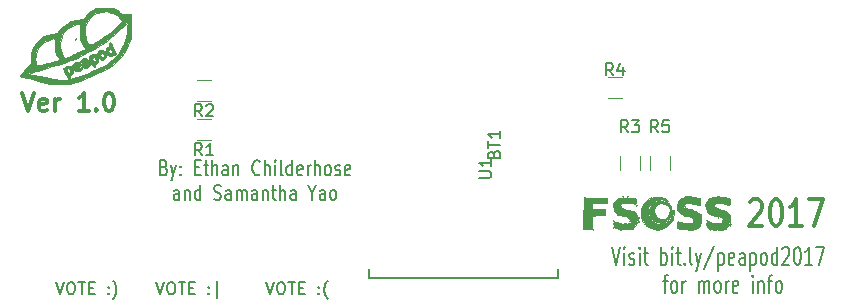
<source format=gto>
G04 #@! TF.FileFunction,Legend,Top*
%FSLAX46Y46*%
G04 Gerber Fmt 4.6, Leading zero omitted, Abs format (unit mm)*
G04 Created by KiCad (PCBNEW 4.0.6) date Mon Aug 21 13:09:47 2017*
%MOMM*%
%LPD*%
G01*
G04 APERTURE LIST*
%ADD10C,0.100000*%
%ADD11C,0.300000*%
%ADD12C,0.177800*%
%ADD13C,0.127000*%
%ADD14C,0.152400*%
%ADD15C,0.120000*%
%ADD16C,0.010000*%
%ADD17C,0.150000*%
G04 APERTURE END LIST*
D10*
D11*
X216154001Y-44200838D02*
X216238667Y-44094400D01*
X216408001Y-43987962D01*
X216831334Y-43987962D01*
X217000667Y-44094400D01*
X217085334Y-44200838D01*
X217170001Y-44413714D01*
X217170001Y-44626590D01*
X217085334Y-44945905D01*
X216069334Y-46223162D01*
X217170001Y-46223162D01*
X218270667Y-43987962D02*
X218440000Y-43987962D01*
X218609334Y-44094400D01*
X218694000Y-44200838D01*
X218778667Y-44413714D01*
X218863334Y-44839467D01*
X218863334Y-45371657D01*
X218778667Y-45797410D01*
X218694000Y-46010286D01*
X218609334Y-46116724D01*
X218440000Y-46223162D01*
X218270667Y-46223162D01*
X218101334Y-46116724D01*
X218016667Y-46010286D01*
X217932000Y-45797410D01*
X217847334Y-45371657D01*
X217847334Y-44839467D01*
X217932000Y-44413714D01*
X218016667Y-44200838D01*
X218101334Y-44094400D01*
X218270667Y-43987962D01*
X220556667Y-46223162D02*
X219540667Y-46223162D01*
X220048667Y-46223162D02*
X220048667Y-43987962D01*
X219879333Y-44307276D01*
X219710000Y-44520152D01*
X219540667Y-44626590D01*
X221149333Y-43987962D02*
X222334666Y-43987962D01*
X221572666Y-46223162D01*
D12*
X166531472Y-41285886D02*
X166672986Y-41346362D01*
X166720158Y-41406838D01*
X166767329Y-41527790D01*
X166767329Y-41709219D01*
X166720158Y-41830171D01*
X166672986Y-41890648D01*
X166578644Y-41951124D01*
X166201272Y-41951124D01*
X166201272Y-40681124D01*
X166531472Y-40681124D01*
X166625815Y-40741600D01*
X166672986Y-40802076D01*
X166720158Y-40923029D01*
X166720158Y-41043981D01*
X166672986Y-41164933D01*
X166625815Y-41225410D01*
X166531472Y-41285886D01*
X166201272Y-41285886D01*
X167097529Y-41104457D02*
X167333386Y-41951124D01*
X167569244Y-41104457D02*
X167333386Y-41951124D01*
X167239044Y-42253505D01*
X167191872Y-42313981D01*
X167097529Y-42374457D01*
X167946615Y-41830171D02*
X167993787Y-41890648D01*
X167946615Y-41951124D01*
X167899444Y-41890648D01*
X167946615Y-41830171D01*
X167946615Y-41951124D01*
X167946615Y-41164933D02*
X167993787Y-41225410D01*
X167946615Y-41285886D01*
X167899444Y-41225410D01*
X167946615Y-41164933D01*
X167946615Y-41285886D01*
X169173072Y-41285886D02*
X169503272Y-41285886D01*
X169644786Y-41951124D02*
X169173072Y-41951124D01*
X169173072Y-40681124D01*
X169644786Y-40681124D01*
X169927815Y-41104457D02*
X170305186Y-41104457D01*
X170069329Y-40681124D02*
X170069329Y-41769695D01*
X170116501Y-41890648D01*
X170210843Y-41951124D01*
X170305186Y-41951124D01*
X170635386Y-41951124D02*
X170635386Y-40681124D01*
X171059929Y-41951124D02*
X171059929Y-41285886D01*
X171012758Y-41164933D01*
X170918415Y-41104457D01*
X170776900Y-41104457D01*
X170682558Y-41164933D01*
X170635386Y-41225410D01*
X171956186Y-41951124D02*
X171956186Y-41285886D01*
X171909015Y-41164933D01*
X171814672Y-41104457D01*
X171625986Y-41104457D01*
X171531643Y-41164933D01*
X171956186Y-41890648D02*
X171861843Y-41951124D01*
X171625986Y-41951124D01*
X171531643Y-41890648D01*
X171484472Y-41769695D01*
X171484472Y-41648743D01*
X171531643Y-41527790D01*
X171625986Y-41467314D01*
X171861843Y-41467314D01*
X171956186Y-41406838D01*
X172427900Y-41104457D02*
X172427900Y-41951124D01*
X172427900Y-41225410D02*
X172475072Y-41164933D01*
X172569414Y-41104457D01*
X172710929Y-41104457D01*
X172805272Y-41164933D01*
X172852443Y-41285886D01*
X172852443Y-41951124D01*
X174644957Y-41830171D02*
X174597786Y-41890648D01*
X174456272Y-41951124D01*
X174361929Y-41951124D01*
X174220414Y-41890648D01*
X174126072Y-41769695D01*
X174078900Y-41648743D01*
X174031729Y-41406838D01*
X174031729Y-41225410D01*
X174078900Y-40983505D01*
X174126072Y-40862552D01*
X174220414Y-40741600D01*
X174361929Y-40681124D01*
X174456272Y-40681124D01*
X174597786Y-40741600D01*
X174644957Y-40802076D01*
X175069500Y-41951124D02*
X175069500Y-40681124D01*
X175494043Y-41951124D02*
X175494043Y-41285886D01*
X175446872Y-41164933D01*
X175352529Y-41104457D01*
X175211014Y-41104457D01*
X175116672Y-41164933D01*
X175069500Y-41225410D01*
X175965757Y-41951124D02*
X175965757Y-41104457D01*
X175965757Y-40681124D02*
X175918586Y-40741600D01*
X175965757Y-40802076D01*
X176012929Y-40741600D01*
X175965757Y-40681124D01*
X175965757Y-40802076D01*
X176578985Y-41951124D02*
X176484643Y-41890648D01*
X176437471Y-41769695D01*
X176437471Y-40681124D01*
X177380900Y-41951124D02*
X177380900Y-40681124D01*
X177380900Y-41890648D02*
X177286557Y-41951124D01*
X177097871Y-41951124D01*
X177003529Y-41890648D01*
X176956357Y-41830171D01*
X176909186Y-41709219D01*
X176909186Y-41346362D01*
X176956357Y-41225410D01*
X177003529Y-41164933D01*
X177097871Y-41104457D01*
X177286557Y-41104457D01*
X177380900Y-41164933D01*
X178229986Y-41890648D02*
X178135643Y-41951124D01*
X177946957Y-41951124D01*
X177852614Y-41890648D01*
X177805443Y-41769695D01*
X177805443Y-41285886D01*
X177852614Y-41164933D01*
X177946957Y-41104457D01*
X178135643Y-41104457D01*
X178229986Y-41164933D01*
X178277157Y-41285886D01*
X178277157Y-41406838D01*
X177805443Y-41527790D01*
X178701700Y-41951124D02*
X178701700Y-41104457D01*
X178701700Y-41346362D02*
X178748872Y-41225410D01*
X178796043Y-41164933D01*
X178890386Y-41104457D01*
X178984729Y-41104457D01*
X179314929Y-41951124D02*
X179314929Y-40681124D01*
X179739472Y-41951124D02*
X179739472Y-41285886D01*
X179692301Y-41164933D01*
X179597958Y-41104457D01*
X179456443Y-41104457D01*
X179362101Y-41164933D01*
X179314929Y-41225410D01*
X180352700Y-41951124D02*
X180258358Y-41890648D01*
X180211186Y-41830171D01*
X180164015Y-41709219D01*
X180164015Y-41346362D01*
X180211186Y-41225410D01*
X180258358Y-41164933D01*
X180352700Y-41104457D01*
X180494215Y-41104457D01*
X180588558Y-41164933D01*
X180635729Y-41225410D01*
X180682900Y-41346362D01*
X180682900Y-41709219D01*
X180635729Y-41830171D01*
X180588558Y-41890648D01*
X180494215Y-41951124D01*
X180352700Y-41951124D01*
X181060272Y-41890648D02*
X181154615Y-41951124D01*
X181343300Y-41951124D01*
X181437643Y-41890648D01*
X181484815Y-41769695D01*
X181484815Y-41709219D01*
X181437643Y-41588267D01*
X181343300Y-41527790D01*
X181201786Y-41527790D01*
X181107443Y-41467314D01*
X181060272Y-41346362D01*
X181060272Y-41285886D01*
X181107443Y-41164933D01*
X181201786Y-41104457D01*
X181343300Y-41104457D01*
X181437643Y-41164933D01*
X182286729Y-41890648D02*
X182192386Y-41951124D01*
X182003700Y-41951124D01*
X181909357Y-41890648D01*
X181862186Y-41769695D01*
X181862186Y-41285886D01*
X181909357Y-41164933D01*
X182003700Y-41104457D01*
X182192386Y-41104457D01*
X182286729Y-41164933D01*
X182333900Y-41285886D01*
X182333900Y-41406838D01*
X181862186Y-41527790D01*
X167828686Y-44033924D02*
X167828686Y-43368686D01*
X167781515Y-43247733D01*
X167687172Y-43187257D01*
X167498486Y-43187257D01*
X167404143Y-43247733D01*
X167828686Y-43973448D02*
X167734343Y-44033924D01*
X167498486Y-44033924D01*
X167404143Y-43973448D01*
X167356972Y-43852495D01*
X167356972Y-43731543D01*
X167404143Y-43610590D01*
X167498486Y-43550114D01*
X167734343Y-43550114D01*
X167828686Y-43489638D01*
X168300400Y-43187257D02*
X168300400Y-44033924D01*
X168300400Y-43308210D02*
X168347572Y-43247733D01*
X168441914Y-43187257D01*
X168583429Y-43187257D01*
X168677772Y-43247733D01*
X168724943Y-43368686D01*
X168724943Y-44033924D01*
X169621200Y-44033924D02*
X169621200Y-42763924D01*
X169621200Y-43973448D02*
X169526857Y-44033924D01*
X169338171Y-44033924D01*
X169243829Y-43973448D01*
X169196657Y-43912971D01*
X169149486Y-43792019D01*
X169149486Y-43429162D01*
X169196657Y-43308210D01*
X169243829Y-43247733D01*
X169338171Y-43187257D01*
X169526857Y-43187257D01*
X169621200Y-43247733D01*
X170800486Y-43973448D02*
X170942000Y-44033924D01*
X171177857Y-44033924D01*
X171272200Y-43973448D01*
X171319371Y-43912971D01*
X171366543Y-43792019D01*
X171366543Y-43671067D01*
X171319371Y-43550114D01*
X171272200Y-43489638D01*
X171177857Y-43429162D01*
X170989171Y-43368686D01*
X170894829Y-43308210D01*
X170847657Y-43247733D01*
X170800486Y-43126781D01*
X170800486Y-43005829D01*
X170847657Y-42884876D01*
X170894829Y-42824400D01*
X170989171Y-42763924D01*
X171225029Y-42763924D01*
X171366543Y-42824400D01*
X172215629Y-44033924D02*
X172215629Y-43368686D01*
X172168458Y-43247733D01*
X172074115Y-43187257D01*
X171885429Y-43187257D01*
X171791086Y-43247733D01*
X172215629Y-43973448D02*
X172121286Y-44033924D01*
X171885429Y-44033924D01*
X171791086Y-43973448D01*
X171743915Y-43852495D01*
X171743915Y-43731543D01*
X171791086Y-43610590D01*
X171885429Y-43550114D01*
X172121286Y-43550114D01*
X172215629Y-43489638D01*
X172687343Y-44033924D02*
X172687343Y-43187257D01*
X172687343Y-43308210D02*
X172734515Y-43247733D01*
X172828857Y-43187257D01*
X172970372Y-43187257D01*
X173064715Y-43247733D01*
X173111886Y-43368686D01*
X173111886Y-44033924D01*
X173111886Y-43368686D02*
X173159057Y-43247733D01*
X173253400Y-43187257D01*
X173394915Y-43187257D01*
X173489257Y-43247733D01*
X173536429Y-43368686D01*
X173536429Y-44033924D01*
X174432686Y-44033924D02*
X174432686Y-43368686D01*
X174385515Y-43247733D01*
X174291172Y-43187257D01*
X174102486Y-43187257D01*
X174008143Y-43247733D01*
X174432686Y-43973448D02*
X174338343Y-44033924D01*
X174102486Y-44033924D01*
X174008143Y-43973448D01*
X173960972Y-43852495D01*
X173960972Y-43731543D01*
X174008143Y-43610590D01*
X174102486Y-43550114D01*
X174338343Y-43550114D01*
X174432686Y-43489638D01*
X174904400Y-43187257D02*
X174904400Y-44033924D01*
X174904400Y-43308210D02*
X174951572Y-43247733D01*
X175045914Y-43187257D01*
X175187429Y-43187257D01*
X175281772Y-43247733D01*
X175328943Y-43368686D01*
X175328943Y-44033924D01*
X175659143Y-43187257D02*
X176036514Y-43187257D01*
X175800657Y-42763924D02*
X175800657Y-43852495D01*
X175847829Y-43973448D01*
X175942171Y-44033924D01*
X176036514Y-44033924D01*
X176366714Y-44033924D02*
X176366714Y-42763924D01*
X176791257Y-44033924D02*
X176791257Y-43368686D01*
X176744086Y-43247733D01*
X176649743Y-43187257D01*
X176508228Y-43187257D01*
X176413886Y-43247733D01*
X176366714Y-43308210D01*
X177687514Y-44033924D02*
X177687514Y-43368686D01*
X177640343Y-43247733D01*
X177546000Y-43187257D01*
X177357314Y-43187257D01*
X177262971Y-43247733D01*
X177687514Y-43973448D02*
X177593171Y-44033924D01*
X177357314Y-44033924D01*
X177262971Y-43973448D01*
X177215800Y-43852495D01*
X177215800Y-43731543D01*
X177262971Y-43610590D01*
X177357314Y-43550114D01*
X177593171Y-43550114D01*
X177687514Y-43489638D01*
X179102657Y-43429162D02*
X179102657Y-44033924D01*
X178772457Y-42763924D02*
X179102657Y-43429162D01*
X179432857Y-42763924D01*
X180187600Y-44033924D02*
X180187600Y-43368686D01*
X180140429Y-43247733D01*
X180046086Y-43187257D01*
X179857400Y-43187257D01*
X179763057Y-43247733D01*
X180187600Y-43973448D02*
X180093257Y-44033924D01*
X179857400Y-44033924D01*
X179763057Y-43973448D01*
X179715886Y-43852495D01*
X179715886Y-43731543D01*
X179763057Y-43610590D01*
X179857400Y-43550114D01*
X180093257Y-43550114D01*
X180187600Y-43489638D01*
X180800828Y-44033924D02*
X180706486Y-43973448D01*
X180659314Y-43912971D01*
X180612143Y-43792019D01*
X180612143Y-43429162D01*
X180659314Y-43308210D01*
X180706486Y-43247733D01*
X180800828Y-43187257D01*
X180942343Y-43187257D01*
X181036686Y-43247733D01*
X181083857Y-43308210D01*
X181131028Y-43429162D01*
X181131028Y-43792019D01*
X181083857Y-43912971D01*
X181036686Y-43973448D01*
X180942343Y-44033924D01*
X180800828Y-44033924D01*
D11*
X154531715Y-34992571D02*
X155031715Y-36492571D01*
X155531715Y-34992571D01*
X156603143Y-36421143D02*
X156460286Y-36492571D01*
X156174572Y-36492571D01*
X156031715Y-36421143D01*
X155960286Y-36278286D01*
X155960286Y-35706857D01*
X156031715Y-35564000D01*
X156174572Y-35492571D01*
X156460286Y-35492571D01*
X156603143Y-35564000D01*
X156674572Y-35706857D01*
X156674572Y-35849714D01*
X155960286Y-35992571D01*
X157317429Y-36492571D02*
X157317429Y-35492571D01*
X157317429Y-35778286D02*
X157388857Y-35635429D01*
X157460286Y-35564000D01*
X157603143Y-35492571D01*
X157746000Y-35492571D01*
X160174571Y-36492571D02*
X159317428Y-36492571D01*
X159746000Y-36492571D02*
X159746000Y-34992571D01*
X159603143Y-35206857D01*
X159460285Y-35349714D01*
X159317428Y-35421143D01*
X160817428Y-36349714D02*
X160888856Y-36421143D01*
X160817428Y-36492571D01*
X160745999Y-36421143D01*
X160817428Y-36349714D01*
X160817428Y-36492571D01*
X161817428Y-34992571D02*
X161960285Y-34992571D01*
X162103142Y-35064000D01*
X162174571Y-35135429D01*
X162246000Y-35278286D01*
X162317428Y-35564000D01*
X162317428Y-35921143D01*
X162246000Y-36206857D01*
X162174571Y-36349714D01*
X162103142Y-36421143D01*
X161960285Y-36492571D01*
X161817428Y-36492571D01*
X161674571Y-36421143D01*
X161603142Y-36349714D01*
X161531714Y-36206857D01*
X161460285Y-35921143D01*
X161460285Y-35564000D01*
X161531714Y-35278286D01*
X161603142Y-35135429D01*
X161674571Y-35064000D01*
X161817428Y-34992571D01*
D13*
X204482096Y-48028071D02*
X204820763Y-49528071D01*
X205159429Y-48028071D01*
X205498096Y-49528071D02*
X205498096Y-48528071D01*
X205498096Y-48028071D02*
X205449715Y-48099500D01*
X205498096Y-48170929D01*
X205546477Y-48099500D01*
X205498096Y-48028071D01*
X205498096Y-48170929D01*
X205933525Y-49456643D02*
X206030287Y-49528071D01*
X206223811Y-49528071D01*
X206320572Y-49456643D01*
X206368953Y-49313786D01*
X206368953Y-49242357D01*
X206320572Y-49099500D01*
X206223811Y-49028071D01*
X206078668Y-49028071D01*
X205981906Y-48956643D01*
X205933525Y-48813786D01*
X205933525Y-48742357D01*
X205981906Y-48599500D01*
X206078668Y-48528071D01*
X206223811Y-48528071D01*
X206320572Y-48599500D01*
X206804382Y-49528071D02*
X206804382Y-48528071D01*
X206804382Y-48028071D02*
X206756001Y-48099500D01*
X206804382Y-48170929D01*
X206852763Y-48099500D01*
X206804382Y-48028071D01*
X206804382Y-48170929D01*
X207143049Y-48528071D02*
X207530097Y-48528071D01*
X207288192Y-48028071D02*
X207288192Y-49313786D01*
X207336573Y-49456643D01*
X207433335Y-49528071D01*
X207530097Y-49528071D01*
X208642858Y-49528071D02*
X208642858Y-48028071D01*
X208642858Y-48599500D02*
X208739620Y-48528071D01*
X208933143Y-48528071D01*
X209029905Y-48599500D01*
X209078286Y-48670929D01*
X209126667Y-48813786D01*
X209126667Y-49242357D01*
X209078286Y-49385214D01*
X209029905Y-49456643D01*
X208933143Y-49528071D01*
X208739620Y-49528071D01*
X208642858Y-49456643D01*
X209562096Y-49528071D02*
X209562096Y-48528071D01*
X209562096Y-48028071D02*
X209513715Y-48099500D01*
X209562096Y-48170929D01*
X209610477Y-48099500D01*
X209562096Y-48028071D01*
X209562096Y-48170929D01*
X209900763Y-48528071D02*
X210287811Y-48528071D01*
X210045906Y-48028071D02*
X210045906Y-49313786D01*
X210094287Y-49456643D01*
X210191049Y-49528071D01*
X210287811Y-49528071D01*
X210626477Y-49385214D02*
X210674858Y-49456643D01*
X210626477Y-49528071D01*
X210578096Y-49456643D01*
X210626477Y-49385214D01*
X210626477Y-49528071D01*
X211255430Y-49528071D02*
X211158668Y-49456643D01*
X211110287Y-49313786D01*
X211110287Y-48028071D01*
X211545715Y-48528071D02*
X211787620Y-49528071D01*
X212029524Y-48528071D02*
X211787620Y-49528071D01*
X211690858Y-49885214D01*
X211642477Y-49956643D01*
X211545715Y-50028071D01*
X213142286Y-47956643D02*
X212271429Y-49885214D01*
X213480953Y-48528071D02*
X213480953Y-50028071D01*
X213480953Y-48599500D02*
X213577715Y-48528071D01*
X213771238Y-48528071D01*
X213868000Y-48599500D01*
X213916381Y-48670929D01*
X213964762Y-48813786D01*
X213964762Y-49242357D01*
X213916381Y-49385214D01*
X213868000Y-49456643D01*
X213771238Y-49528071D01*
X213577715Y-49528071D01*
X213480953Y-49456643D01*
X214787238Y-49456643D02*
X214690476Y-49528071D01*
X214496953Y-49528071D01*
X214400191Y-49456643D01*
X214351810Y-49313786D01*
X214351810Y-48742357D01*
X214400191Y-48599500D01*
X214496953Y-48528071D01*
X214690476Y-48528071D01*
X214787238Y-48599500D01*
X214835619Y-48742357D01*
X214835619Y-48885214D01*
X214351810Y-49028071D01*
X215706476Y-49528071D02*
X215706476Y-48742357D01*
X215658095Y-48599500D01*
X215561333Y-48528071D01*
X215367810Y-48528071D01*
X215271048Y-48599500D01*
X215706476Y-49456643D02*
X215609714Y-49528071D01*
X215367810Y-49528071D01*
X215271048Y-49456643D01*
X215222667Y-49313786D01*
X215222667Y-49170929D01*
X215271048Y-49028071D01*
X215367810Y-48956643D01*
X215609714Y-48956643D01*
X215706476Y-48885214D01*
X216190286Y-48528071D02*
X216190286Y-50028071D01*
X216190286Y-48599500D02*
X216287048Y-48528071D01*
X216480571Y-48528071D01*
X216577333Y-48599500D01*
X216625714Y-48670929D01*
X216674095Y-48813786D01*
X216674095Y-49242357D01*
X216625714Y-49385214D01*
X216577333Y-49456643D01*
X216480571Y-49528071D01*
X216287048Y-49528071D01*
X216190286Y-49456643D01*
X217254667Y-49528071D02*
X217157905Y-49456643D01*
X217109524Y-49385214D01*
X217061143Y-49242357D01*
X217061143Y-48813786D01*
X217109524Y-48670929D01*
X217157905Y-48599500D01*
X217254667Y-48528071D01*
X217399809Y-48528071D01*
X217496571Y-48599500D01*
X217544952Y-48670929D01*
X217593333Y-48813786D01*
X217593333Y-49242357D01*
X217544952Y-49385214D01*
X217496571Y-49456643D01*
X217399809Y-49528071D01*
X217254667Y-49528071D01*
X218464190Y-49528071D02*
X218464190Y-48028071D01*
X218464190Y-49456643D02*
X218367428Y-49528071D01*
X218173905Y-49528071D01*
X218077143Y-49456643D01*
X218028762Y-49385214D01*
X217980381Y-49242357D01*
X217980381Y-48813786D01*
X218028762Y-48670929D01*
X218077143Y-48599500D01*
X218173905Y-48528071D01*
X218367428Y-48528071D01*
X218464190Y-48599500D01*
X218899619Y-48170929D02*
X218948000Y-48099500D01*
X219044762Y-48028071D01*
X219286666Y-48028071D01*
X219383428Y-48099500D01*
X219431809Y-48170929D01*
X219480190Y-48313786D01*
X219480190Y-48456643D01*
X219431809Y-48670929D01*
X218851238Y-49528071D01*
X219480190Y-49528071D01*
X220109143Y-48028071D02*
X220205904Y-48028071D01*
X220302666Y-48099500D01*
X220351047Y-48170929D01*
X220399428Y-48313786D01*
X220447809Y-48599500D01*
X220447809Y-48956643D01*
X220399428Y-49242357D01*
X220351047Y-49385214D01*
X220302666Y-49456643D01*
X220205904Y-49528071D01*
X220109143Y-49528071D01*
X220012381Y-49456643D01*
X219964000Y-49385214D01*
X219915619Y-49242357D01*
X219867238Y-48956643D01*
X219867238Y-48599500D01*
X219915619Y-48313786D01*
X219964000Y-48170929D01*
X220012381Y-48099500D01*
X220109143Y-48028071D01*
X221415428Y-49528071D02*
X220834857Y-49528071D01*
X221125143Y-49528071D02*
X221125143Y-48028071D01*
X221028381Y-48242357D01*
X220931619Y-48385214D01*
X220834857Y-48456643D01*
X221754095Y-48028071D02*
X222431428Y-48028071D01*
X221996000Y-49528071D01*
X208788001Y-50905071D02*
X209175049Y-50905071D01*
X208933144Y-51905071D02*
X208933144Y-50619357D01*
X208981525Y-50476500D01*
X209078287Y-50405071D01*
X209175049Y-50405071D01*
X209658858Y-51905071D02*
X209562096Y-51833643D01*
X209513715Y-51762214D01*
X209465334Y-51619357D01*
X209465334Y-51190786D01*
X209513715Y-51047929D01*
X209562096Y-50976500D01*
X209658858Y-50905071D01*
X209804000Y-50905071D01*
X209900762Y-50976500D01*
X209949143Y-51047929D01*
X209997524Y-51190786D01*
X209997524Y-51619357D01*
X209949143Y-51762214D01*
X209900762Y-51833643D01*
X209804000Y-51905071D01*
X209658858Y-51905071D01*
X210432953Y-51905071D02*
X210432953Y-50905071D01*
X210432953Y-51190786D02*
X210481334Y-51047929D01*
X210529715Y-50976500D01*
X210626477Y-50905071D01*
X210723238Y-50905071D01*
X211836000Y-51905071D02*
X211836000Y-50905071D01*
X211836000Y-51047929D02*
X211884381Y-50976500D01*
X211981143Y-50905071D01*
X212126285Y-50905071D01*
X212223047Y-50976500D01*
X212271428Y-51119357D01*
X212271428Y-51905071D01*
X212271428Y-51119357D02*
X212319809Y-50976500D01*
X212416571Y-50905071D01*
X212561714Y-50905071D01*
X212658476Y-50976500D01*
X212706857Y-51119357D01*
X212706857Y-51905071D01*
X213335810Y-51905071D02*
X213239048Y-51833643D01*
X213190667Y-51762214D01*
X213142286Y-51619357D01*
X213142286Y-51190786D01*
X213190667Y-51047929D01*
X213239048Y-50976500D01*
X213335810Y-50905071D01*
X213480952Y-50905071D01*
X213577714Y-50976500D01*
X213626095Y-51047929D01*
X213674476Y-51190786D01*
X213674476Y-51619357D01*
X213626095Y-51762214D01*
X213577714Y-51833643D01*
X213480952Y-51905071D01*
X213335810Y-51905071D01*
X214109905Y-51905071D02*
X214109905Y-50905071D01*
X214109905Y-51190786D02*
X214158286Y-51047929D01*
X214206667Y-50976500D01*
X214303429Y-50905071D01*
X214400190Y-50905071D01*
X215125904Y-51833643D02*
X215029142Y-51905071D01*
X214835619Y-51905071D01*
X214738857Y-51833643D01*
X214690476Y-51690786D01*
X214690476Y-51119357D01*
X214738857Y-50976500D01*
X214835619Y-50905071D01*
X215029142Y-50905071D01*
X215125904Y-50976500D01*
X215174285Y-51119357D01*
X215174285Y-51262214D01*
X214690476Y-51405071D01*
X216383809Y-51905071D02*
X216383809Y-50905071D01*
X216383809Y-50405071D02*
X216335428Y-50476500D01*
X216383809Y-50547929D01*
X216432190Y-50476500D01*
X216383809Y-50405071D01*
X216383809Y-50547929D01*
X216867619Y-50905071D02*
X216867619Y-51905071D01*
X216867619Y-51047929D02*
X216916000Y-50976500D01*
X217012762Y-50905071D01*
X217157904Y-50905071D01*
X217254666Y-50976500D01*
X217303047Y-51119357D01*
X217303047Y-51905071D01*
X217641714Y-50905071D02*
X218028762Y-50905071D01*
X217786857Y-51905071D02*
X217786857Y-50619357D01*
X217835238Y-50476500D01*
X217932000Y-50405071D01*
X218028762Y-50405071D01*
X218512571Y-51905071D02*
X218415809Y-51833643D01*
X218367428Y-51762214D01*
X218319047Y-51619357D01*
X218319047Y-51190786D01*
X218367428Y-51047929D01*
X218415809Y-50976500D01*
X218512571Y-50905071D01*
X218657713Y-50905071D01*
X218754475Y-50976500D01*
X218802856Y-51047929D01*
X218851237Y-51190786D01*
X218851237Y-51619357D01*
X218802856Y-51762214D01*
X218754475Y-51833643D01*
X218657713Y-51905071D01*
X218512571Y-51905071D01*
D14*
X183896000Y-49911000D02*
X183896000Y-50673000D01*
X183896000Y-50673000D02*
X199898000Y-50673000D01*
X199898000Y-50673000D02*
X199898000Y-49911000D01*
D15*
X169326000Y-37220000D02*
X170526000Y-37220000D01*
X170526000Y-38980000D02*
X169326000Y-38980000D01*
X169326000Y-33918000D02*
X170526000Y-33918000D01*
X170526000Y-35678000D02*
X169326000Y-35678000D01*
X205114000Y-41494000D02*
X205114000Y-40294000D01*
X206874000Y-40294000D02*
X206874000Y-41494000D01*
X205324000Y-35424000D02*
X204124000Y-35424000D01*
X204124000Y-33664000D02*
X205324000Y-33664000D01*
X209414000Y-40294000D02*
X209414000Y-41494000D01*
X207654000Y-41494000D02*
X207654000Y-40294000D01*
D16*
G36*
X161889429Y-27759830D02*
X162191266Y-27797496D01*
X162431565Y-27872508D01*
X162642461Y-27994877D01*
X162854820Y-28173420D01*
X162976838Y-28277244D01*
X163083875Y-28321749D01*
X163227603Y-28319085D01*
X163375989Y-28295958D01*
X163568895Y-28271110D01*
X163706828Y-28268813D01*
X163746650Y-28279983D01*
X163761004Y-28354738D01*
X163773091Y-28533050D01*
X163781943Y-28791481D01*
X163786591Y-29106595D01*
X163787054Y-29257525D01*
X163785028Y-29634773D01*
X163776764Y-29916420D01*
X163758404Y-30133840D01*
X163726090Y-30318411D01*
X163675968Y-30501506D01*
X163609983Y-30697982D01*
X163315276Y-31358432D01*
X162923868Y-31936738D01*
X162437371Y-32431155D01*
X161857395Y-32839937D01*
X161431640Y-33058629D01*
X161165758Y-33178857D01*
X160909812Y-33295680D01*
X160712412Y-33386893D01*
X160686750Y-33398924D01*
X160178967Y-33636042D01*
X159764272Y-33823067D01*
X159421742Y-33965851D01*
X159130451Y-34070248D01*
X158869476Y-34142111D01*
X158617891Y-34187292D01*
X158354772Y-34211645D01*
X158059195Y-34221023D01*
X157746090Y-34221486D01*
X157411798Y-34218412D01*
X157121621Y-34213339D01*
X156899800Y-34206875D01*
X156770572Y-34199627D01*
X156749750Y-34196499D01*
X156662785Y-34172430D01*
X156485137Y-34125320D01*
X156249129Y-34063708D01*
X156146500Y-34037142D01*
X155863792Y-33961840D01*
X155595276Y-33886406D01*
X155389325Y-33824524D01*
X155352750Y-33812597D01*
X155140398Y-33750507D01*
X154878553Y-33685968D01*
X154733625Y-33654966D01*
X154502747Y-33594228D01*
X154383225Y-33527464D01*
X154368500Y-33494308D01*
X154411920Y-33414407D01*
X154454424Y-33362708D01*
X155064837Y-33362708D01*
X155367543Y-33440815D01*
X155602320Y-33491213D01*
X155888574Y-33538832D01*
X156083000Y-33563986D01*
X156347852Y-33603328D01*
X156603487Y-33658184D01*
X156749750Y-33701508D01*
X157231391Y-33831075D01*
X157745261Y-33890449D01*
X158244471Y-33876933D01*
X158613226Y-33808669D01*
X158865541Y-33735818D01*
X159113603Y-33660516D01*
X159226250Y-33624509D01*
X159466918Y-33549419D01*
X159716676Y-33477586D01*
X159740984Y-33471029D01*
X159972523Y-33385796D01*
X160196200Y-33268800D01*
X160220831Y-33252685D01*
X160377607Y-33163671D01*
X160613789Y-33049938D01*
X160889441Y-32930205D01*
X161025229Y-32875637D01*
X161649512Y-32577491D01*
X162182186Y-32208707D01*
X162616126Y-31776225D01*
X162944211Y-31286985D01*
X163139410Y-30815971D01*
X163214040Y-30590022D01*
X163283703Y-30408126D01*
X163333612Y-30308808D01*
X163334512Y-30307674D01*
X163364313Y-30214586D01*
X163394251Y-30025645D01*
X163420096Y-29771925D01*
X163432760Y-29585855D01*
X163468287Y-28941111D01*
X162744268Y-29668409D01*
X162397883Y-30006617D01*
X162095836Y-30276035D01*
X161801829Y-30505990D01*
X161479564Y-30725809D01*
X161281040Y-30850603D01*
X161007094Y-31016859D01*
X160770806Y-31155891D01*
X160593584Y-31255426D01*
X160496838Y-31303192D01*
X160487290Y-31305621D01*
X160412043Y-31336354D01*
X160255638Y-31418663D01*
X160045273Y-31537884D01*
X159924750Y-31608906D01*
X159630859Y-31774092D01*
X159310537Y-31938228D01*
X159023914Y-32070795D01*
X158972250Y-32092328D01*
X158709925Y-32200122D01*
X158454002Y-32307606D01*
X158264882Y-32389324D01*
X158057017Y-32472140D01*
X157863291Y-32534525D01*
X157820382Y-32545016D01*
X157481207Y-32625366D01*
X157063375Y-32735907D01*
X156608121Y-32864948D01*
X156156684Y-33000800D01*
X155750301Y-33131770D01*
X155748543Y-33132362D01*
X155064837Y-33362708D01*
X154454424Y-33362708D01*
X154528491Y-33272621D01*
X154697680Y-33092808D01*
X154805432Y-32986624D01*
X155242365Y-32567128D01*
X155264410Y-32110425D01*
X155663927Y-32110425D01*
X155695774Y-32425330D01*
X155696908Y-32429591D01*
X155746243Y-32589882D01*
X155805134Y-32655774D01*
X155915192Y-32655753D01*
X156003769Y-32639667D01*
X156175944Y-32599773D01*
X156423579Y-32534085D01*
X156700971Y-32454877D01*
X156781500Y-32430814D01*
X157054402Y-32350737D01*
X157306451Y-32280947D01*
X157494234Y-32233342D01*
X157532871Y-32224896D01*
X157744492Y-32182104D01*
X157621908Y-32045427D01*
X157439237Y-31750621D01*
X157327829Y-31355987D01*
X157291172Y-30889204D01*
X157735561Y-30889204D01*
X157757673Y-31089279D01*
X157813435Y-31341816D01*
X157889883Y-31602787D01*
X157974051Y-31828166D01*
X158052973Y-31973924D01*
X158056151Y-31977854D01*
X158099886Y-32015308D01*
X158162427Y-32026143D01*
X158262060Y-32004204D01*
X158417072Y-31943338D01*
X158645749Y-31837391D01*
X158966379Y-31680209D01*
X159020640Y-31653270D01*
X159269284Y-31532948D01*
X159478575Y-31437647D01*
X159620618Y-31379745D01*
X159663491Y-31368027D01*
X159776566Y-31335581D01*
X159824791Y-31309753D01*
X159865740Y-31256619D01*
X159834011Y-31172289D01*
X159720306Y-31030329D01*
X159572102Y-30784841D01*
X159465723Y-30450832D01*
X159407931Y-30061845D01*
X159405491Y-29651421D01*
X159408516Y-29618245D01*
X159835119Y-29618245D01*
X159855547Y-29863017D01*
X159871088Y-30008208D01*
X159910035Y-30314735D01*
X159953148Y-30523730D01*
X160008579Y-30664598D01*
X160080120Y-30762153D01*
X160232841Y-30869758D01*
X160391874Y-30856595D01*
X160496250Y-30795414D01*
X160604528Y-30741159D01*
X160704526Y-30705138D01*
X160936471Y-30602585D01*
X161233235Y-30423362D01*
X161572645Y-30183333D01*
X161932530Y-29898357D01*
X162290719Y-29584294D01*
X162354296Y-29524961D01*
X162991444Y-28924250D01*
X162836694Y-28683592D01*
X162705875Y-28520502D01*
X162565905Y-28403758D01*
X162525518Y-28383461D01*
X162371783Y-28320597D01*
X162168851Y-28232330D01*
X162087029Y-28195493D01*
X161686697Y-28080708D01*
X161268657Y-28088495D01*
X160847002Y-28218472D01*
X160822843Y-28229700D01*
X160509429Y-28406518D01*
X160277946Y-28614174D01*
X160083685Y-28893014D01*
X160079223Y-28900719D01*
X159954011Y-29122348D01*
X159876694Y-29288651D01*
X159839616Y-29440370D01*
X159835119Y-29618245D01*
X159408516Y-29618245D01*
X159416952Y-29525752D01*
X159432428Y-29315911D01*
X159424317Y-29181215D01*
X159402760Y-29146500D01*
X159212377Y-29178774D01*
X158959413Y-29263652D01*
X158686904Y-29383213D01*
X158437891Y-29519538D01*
X158328267Y-29593874D01*
X158131340Y-29757087D01*
X158003876Y-29915808D01*
X157907325Y-30123736D01*
X157867892Y-30235183D01*
X157796161Y-30488971D01*
X157748196Y-30738160D01*
X157735561Y-30889204D01*
X157291172Y-30889204D01*
X157289509Y-30868030D01*
X157289500Y-30859714D01*
X157287420Y-30607991D01*
X157276324Y-30457622D01*
X157248922Y-30382972D01*
X157197925Y-30358407D01*
X157146625Y-30357214D01*
X157019598Y-30386562D01*
X156822358Y-30459588D01*
X156596990Y-30560662D01*
X156591000Y-30563589D01*
X156315923Y-30718059D01*
X156120113Y-30882981D01*
X155980008Y-31062373D01*
X155815579Y-31382900D01*
X155707040Y-31747599D01*
X155663927Y-32110425D01*
X155264410Y-32110425D01*
X155268983Y-32015689D01*
X155318421Y-31569246D01*
X155429499Y-31202997D01*
X155618676Y-30878442D01*
X155885323Y-30574071D01*
X156256566Y-30269818D01*
X156658403Y-30059870D01*
X157064450Y-29956989D01*
X157177618Y-29949043D01*
X157378168Y-29936985D01*
X157501770Y-29896057D01*
X157598468Y-29798943D01*
X157683320Y-29672985D01*
X157945449Y-29367362D01*
X158295762Y-29104868D01*
X158697625Y-28905198D01*
X159114403Y-28788046D01*
X159371507Y-28765468D01*
X159542366Y-28757759D01*
X159665215Y-28719357D01*
X159782083Y-28627291D01*
X159935002Y-28458586D01*
X159936825Y-28456469D01*
X160137865Y-28248934D01*
X160367763Y-28048492D01*
X160503337Y-27948500D01*
X160642177Y-27860572D01*
X160762087Y-27803287D01*
X160895688Y-27770093D01*
X161075599Y-27754436D01*
X161334438Y-27749764D01*
X161493916Y-27749500D01*
X161889429Y-27759830D01*
X161889429Y-27759830D01*
G37*
X161889429Y-27759830D02*
X162191266Y-27797496D01*
X162431565Y-27872508D01*
X162642461Y-27994877D01*
X162854820Y-28173420D01*
X162976838Y-28277244D01*
X163083875Y-28321749D01*
X163227603Y-28319085D01*
X163375989Y-28295958D01*
X163568895Y-28271110D01*
X163706828Y-28268813D01*
X163746650Y-28279983D01*
X163761004Y-28354738D01*
X163773091Y-28533050D01*
X163781943Y-28791481D01*
X163786591Y-29106595D01*
X163787054Y-29257525D01*
X163785028Y-29634773D01*
X163776764Y-29916420D01*
X163758404Y-30133840D01*
X163726090Y-30318411D01*
X163675968Y-30501506D01*
X163609983Y-30697982D01*
X163315276Y-31358432D01*
X162923868Y-31936738D01*
X162437371Y-32431155D01*
X161857395Y-32839937D01*
X161431640Y-33058629D01*
X161165758Y-33178857D01*
X160909812Y-33295680D01*
X160712412Y-33386893D01*
X160686750Y-33398924D01*
X160178967Y-33636042D01*
X159764272Y-33823067D01*
X159421742Y-33965851D01*
X159130451Y-34070248D01*
X158869476Y-34142111D01*
X158617891Y-34187292D01*
X158354772Y-34211645D01*
X158059195Y-34221023D01*
X157746090Y-34221486D01*
X157411798Y-34218412D01*
X157121621Y-34213339D01*
X156899800Y-34206875D01*
X156770572Y-34199627D01*
X156749750Y-34196499D01*
X156662785Y-34172430D01*
X156485137Y-34125320D01*
X156249129Y-34063708D01*
X156146500Y-34037142D01*
X155863792Y-33961840D01*
X155595276Y-33886406D01*
X155389325Y-33824524D01*
X155352750Y-33812597D01*
X155140398Y-33750507D01*
X154878553Y-33685968D01*
X154733625Y-33654966D01*
X154502747Y-33594228D01*
X154383225Y-33527464D01*
X154368500Y-33494308D01*
X154411920Y-33414407D01*
X154454424Y-33362708D01*
X155064837Y-33362708D01*
X155367543Y-33440815D01*
X155602320Y-33491213D01*
X155888574Y-33538832D01*
X156083000Y-33563986D01*
X156347852Y-33603328D01*
X156603487Y-33658184D01*
X156749750Y-33701508D01*
X157231391Y-33831075D01*
X157745261Y-33890449D01*
X158244471Y-33876933D01*
X158613226Y-33808669D01*
X158865541Y-33735818D01*
X159113603Y-33660516D01*
X159226250Y-33624509D01*
X159466918Y-33549419D01*
X159716676Y-33477586D01*
X159740984Y-33471029D01*
X159972523Y-33385796D01*
X160196200Y-33268800D01*
X160220831Y-33252685D01*
X160377607Y-33163671D01*
X160613789Y-33049938D01*
X160889441Y-32930205D01*
X161025229Y-32875637D01*
X161649512Y-32577491D01*
X162182186Y-32208707D01*
X162616126Y-31776225D01*
X162944211Y-31286985D01*
X163139410Y-30815971D01*
X163214040Y-30590022D01*
X163283703Y-30408126D01*
X163333612Y-30308808D01*
X163334512Y-30307674D01*
X163364313Y-30214586D01*
X163394251Y-30025645D01*
X163420096Y-29771925D01*
X163432760Y-29585855D01*
X163468287Y-28941111D01*
X162744268Y-29668409D01*
X162397883Y-30006617D01*
X162095836Y-30276035D01*
X161801829Y-30505990D01*
X161479564Y-30725809D01*
X161281040Y-30850603D01*
X161007094Y-31016859D01*
X160770806Y-31155891D01*
X160593584Y-31255426D01*
X160496838Y-31303192D01*
X160487290Y-31305621D01*
X160412043Y-31336354D01*
X160255638Y-31418663D01*
X160045273Y-31537884D01*
X159924750Y-31608906D01*
X159630859Y-31774092D01*
X159310537Y-31938228D01*
X159023914Y-32070795D01*
X158972250Y-32092328D01*
X158709925Y-32200122D01*
X158454002Y-32307606D01*
X158264882Y-32389324D01*
X158057017Y-32472140D01*
X157863291Y-32534525D01*
X157820382Y-32545016D01*
X157481207Y-32625366D01*
X157063375Y-32735907D01*
X156608121Y-32864948D01*
X156156684Y-33000800D01*
X155750301Y-33131770D01*
X155748543Y-33132362D01*
X155064837Y-33362708D01*
X154454424Y-33362708D01*
X154528491Y-33272621D01*
X154697680Y-33092808D01*
X154805432Y-32986624D01*
X155242365Y-32567128D01*
X155264410Y-32110425D01*
X155663927Y-32110425D01*
X155695774Y-32425330D01*
X155696908Y-32429591D01*
X155746243Y-32589882D01*
X155805134Y-32655774D01*
X155915192Y-32655753D01*
X156003769Y-32639667D01*
X156175944Y-32599773D01*
X156423579Y-32534085D01*
X156700971Y-32454877D01*
X156781500Y-32430814D01*
X157054402Y-32350737D01*
X157306451Y-32280947D01*
X157494234Y-32233342D01*
X157532871Y-32224896D01*
X157744492Y-32182104D01*
X157621908Y-32045427D01*
X157439237Y-31750621D01*
X157327829Y-31355987D01*
X157291172Y-30889204D01*
X157735561Y-30889204D01*
X157757673Y-31089279D01*
X157813435Y-31341816D01*
X157889883Y-31602787D01*
X157974051Y-31828166D01*
X158052973Y-31973924D01*
X158056151Y-31977854D01*
X158099886Y-32015308D01*
X158162427Y-32026143D01*
X158262060Y-32004204D01*
X158417072Y-31943338D01*
X158645749Y-31837391D01*
X158966379Y-31680209D01*
X159020640Y-31653270D01*
X159269284Y-31532948D01*
X159478575Y-31437647D01*
X159620618Y-31379745D01*
X159663491Y-31368027D01*
X159776566Y-31335581D01*
X159824791Y-31309753D01*
X159865740Y-31256619D01*
X159834011Y-31172289D01*
X159720306Y-31030329D01*
X159572102Y-30784841D01*
X159465723Y-30450832D01*
X159407931Y-30061845D01*
X159405491Y-29651421D01*
X159408516Y-29618245D01*
X159835119Y-29618245D01*
X159855547Y-29863017D01*
X159871088Y-30008208D01*
X159910035Y-30314735D01*
X159953148Y-30523730D01*
X160008579Y-30664598D01*
X160080120Y-30762153D01*
X160232841Y-30869758D01*
X160391874Y-30856595D01*
X160496250Y-30795414D01*
X160604528Y-30741159D01*
X160704526Y-30705138D01*
X160936471Y-30602585D01*
X161233235Y-30423362D01*
X161572645Y-30183333D01*
X161932530Y-29898357D01*
X162290719Y-29584294D01*
X162354296Y-29524961D01*
X162991444Y-28924250D01*
X162836694Y-28683592D01*
X162705875Y-28520502D01*
X162565905Y-28403758D01*
X162525518Y-28383461D01*
X162371783Y-28320597D01*
X162168851Y-28232330D01*
X162087029Y-28195493D01*
X161686697Y-28080708D01*
X161268657Y-28088495D01*
X160847002Y-28218472D01*
X160822843Y-28229700D01*
X160509429Y-28406518D01*
X160277946Y-28614174D01*
X160083685Y-28893014D01*
X160079223Y-28900719D01*
X159954011Y-29122348D01*
X159876694Y-29288651D01*
X159839616Y-29440370D01*
X159835119Y-29618245D01*
X159408516Y-29618245D01*
X159416952Y-29525752D01*
X159432428Y-29315911D01*
X159424317Y-29181215D01*
X159402760Y-29146500D01*
X159212377Y-29178774D01*
X158959413Y-29263652D01*
X158686904Y-29383213D01*
X158437891Y-29519538D01*
X158328267Y-29593874D01*
X158131340Y-29757087D01*
X158003876Y-29915808D01*
X157907325Y-30123736D01*
X157867892Y-30235183D01*
X157796161Y-30488971D01*
X157748196Y-30738160D01*
X157735561Y-30889204D01*
X157291172Y-30889204D01*
X157289509Y-30868030D01*
X157289500Y-30859714D01*
X157287420Y-30607991D01*
X157276324Y-30457622D01*
X157248922Y-30382972D01*
X157197925Y-30358407D01*
X157146625Y-30357214D01*
X157019598Y-30386562D01*
X156822358Y-30459588D01*
X156596990Y-30560662D01*
X156591000Y-30563589D01*
X156315923Y-30718059D01*
X156120113Y-30882981D01*
X155980008Y-31062373D01*
X155815579Y-31382900D01*
X155707040Y-31747599D01*
X155663927Y-32110425D01*
X155264410Y-32110425D01*
X155268983Y-32015689D01*
X155318421Y-31569246D01*
X155429499Y-31202997D01*
X155618676Y-30878442D01*
X155885323Y-30574071D01*
X156256566Y-30269818D01*
X156658403Y-30059870D01*
X157064450Y-29956989D01*
X157177618Y-29949043D01*
X157378168Y-29936985D01*
X157501770Y-29896057D01*
X157598468Y-29798943D01*
X157683320Y-29672985D01*
X157945449Y-29367362D01*
X158295762Y-29104868D01*
X158697625Y-28905198D01*
X159114403Y-28788046D01*
X159371507Y-28765468D01*
X159542366Y-28757759D01*
X159665215Y-28719357D01*
X159782083Y-28627291D01*
X159935002Y-28458586D01*
X159936825Y-28456469D01*
X160137865Y-28248934D01*
X160367763Y-28048492D01*
X160503337Y-27948500D01*
X160642177Y-27860572D01*
X160762087Y-27803287D01*
X160895688Y-27770093D01*
X161075599Y-27754436D01*
X161334438Y-27749764D01*
X161493916Y-27749500D01*
X161889429Y-27759830D01*
G36*
X159306503Y-32367447D02*
X159442181Y-32477212D01*
X159510590Y-32608677D01*
X159512000Y-32627942D01*
X159459386Y-32700305D01*
X159330274Y-32781078D01*
X159305625Y-32792387D01*
X159182752Y-32851784D01*
X159170539Y-32879741D01*
X159238377Y-32887820D01*
X159366207Y-32866133D01*
X159416750Y-32829500D01*
X159499037Y-32767735D01*
X159564764Y-32811886D01*
X159575500Y-32870124D01*
X159521222Y-33009706D01*
X159385149Y-33102785D01*
X159207425Y-33138361D01*
X159028192Y-33105433D01*
X158934041Y-33045905D01*
X158853617Y-32981190D01*
X158841762Y-33013364D01*
X158856135Y-33074072D01*
X158832225Y-33229710D01*
X158731179Y-33362093D01*
X158626113Y-33499548D01*
X158581605Y-33623066D01*
X158581834Y-33633118D01*
X158545059Y-33736637D01*
X158496000Y-33763365D01*
X158411427Y-33715571D01*
X158296641Y-33548676D01*
X158194375Y-33351817D01*
X158094931Y-33139437D01*
X158038516Y-33011004D01*
X158313694Y-33011004D01*
X158371234Y-33151174D01*
X158468891Y-33261803D01*
X158560746Y-33266859D01*
X158611565Y-33173944D01*
X158611342Y-33099375D01*
X158558727Y-32955786D01*
X158448375Y-32904458D01*
X158332755Y-32918780D01*
X158313694Y-33011004D01*
X158038516Y-33011004D01*
X158021753Y-32972843D01*
X157988654Y-32883696D01*
X157988000Y-32878873D01*
X158005478Y-32861250D01*
X158750000Y-32861250D01*
X158781750Y-32893000D01*
X158813500Y-32861250D01*
X158781750Y-32829500D01*
X158750000Y-32861250D01*
X158005478Y-32861250D01*
X158039683Y-32826763D01*
X158168272Y-32750794D01*
X158213429Y-32728485D01*
X158392896Y-32662265D01*
X158531440Y-32668375D01*
X158594429Y-32692394D01*
X158708641Y-32731716D01*
X158747937Y-32698413D01*
X158750000Y-32669388D01*
X158762781Y-32637007D01*
X159004000Y-32637007D01*
X159050545Y-32671945D01*
X159099250Y-32661963D01*
X159182801Y-32616891D01*
X159194500Y-32600456D01*
X159142647Y-32578258D01*
X159099250Y-32575500D01*
X159014730Y-32608731D01*
X159004000Y-32637007D01*
X158762781Y-32637007D01*
X158803712Y-32533309D01*
X158933546Y-32406443D01*
X159092548Y-32329333D01*
X159152908Y-32321500D01*
X159306503Y-32367447D01*
X159306503Y-32367447D01*
G37*
X159306503Y-32367447D02*
X159442181Y-32477212D01*
X159510590Y-32608677D01*
X159512000Y-32627942D01*
X159459386Y-32700305D01*
X159330274Y-32781078D01*
X159305625Y-32792387D01*
X159182752Y-32851784D01*
X159170539Y-32879741D01*
X159238377Y-32887820D01*
X159366207Y-32866133D01*
X159416750Y-32829500D01*
X159499037Y-32767735D01*
X159564764Y-32811886D01*
X159575500Y-32870124D01*
X159521222Y-33009706D01*
X159385149Y-33102785D01*
X159207425Y-33138361D01*
X159028192Y-33105433D01*
X158934041Y-33045905D01*
X158853617Y-32981190D01*
X158841762Y-33013364D01*
X158856135Y-33074072D01*
X158832225Y-33229710D01*
X158731179Y-33362093D01*
X158626113Y-33499548D01*
X158581605Y-33623066D01*
X158581834Y-33633118D01*
X158545059Y-33736637D01*
X158496000Y-33763365D01*
X158411427Y-33715571D01*
X158296641Y-33548676D01*
X158194375Y-33351817D01*
X158094931Y-33139437D01*
X158038516Y-33011004D01*
X158313694Y-33011004D01*
X158371234Y-33151174D01*
X158468891Y-33261803D01*
X158560746Y-33266859D01*
X158611565Y-33173944D01*
X158611342Y-33099375D01*
X158558727Y-32955786D01*
X158448375Y-32904458D01*
X158332755Y-32918780D01*
X158313694Y-33011004D01*
X158038516Y-33011004D01*
X158021753Y-32972843D01*
X157988654Y-32883696D01*
X157988000Y-32878873D01*
X158005478Y-32861250D01*
X158750000Y-32861250D01*
X158781750Y-32893000D01*
X158813500Y-32861250D01*
X158781750Y-32829500D01*
X158750000Y-32861250D01*
X158005478Y-32861250D01*
X158039683Y-32826763D01*
X158168272Y-32750794D01*
X158213429Y-32728485D01*
X158392896Y-32662265D01*
X158531440Y-32668375D01*
X158594429Y-32692394D01*
X158708641Y-32731716D01*
X158747937Y-32698413D01*
X158750000Y-32669388D01*
X158762781Y-32637007D01*
X159004000Y-32637007D01*
X159050545Y-32671945D01*
X159099250Y-32661963D01*
X159182801Y-32616891D01*
X159194500Y-32600456D01*
X159142647Y-32578258D01*
X159099250Y-32575500D01*
X159014730Y-32608731D01*
X159004000Y-32637007D01*
X158762781Y-32637007D01*
X158803712Y-32533309D01*
X158933546Y-32406443D01*
X159092548Y-32329333D01*
X159152908Y-32321500D01*
X159306503Y-32367447D01*
G36*
X159923900Y-32029862D02*
X160050878Y-32115329D01*
X160169747Y-32279475D01*
X160252494Y-32475550D01*
X160274000Y-32614152D01*
X160223506Y-32676668D01*
X160103293Y-32761731D01*
X159960256Y-32841600D01*
X159841295Y-32888532D01*
X159805870Y-32891069D01*
X159752402Y-32862206D01*
X159686625Y-32824413D01*
X159590716Y-32706775D01*
X159589898Y-32571531D01*
X159841406Y-32571531D01*
X159858740Y-32630571D01*
X159896968Y-32627093D01*
X159993202Y-32546697D01*
X160008093Y-32515968D01*
X159990759Y-32456928D01*
X159952531Y-32460406D01*
X159856297Y-32540802D01*
X159841406Y-32571531D01*
X159589898Y-32571531D01*
X159589754Y-32547890D01*
X159679453Y-32385770D01*
X159742813Y-32326108D01*
X159836166Y-32239455D01*
X159850331Y-32195763D01*
X159842599Y-32194500D01*
X159746436Y-32235326D01*
X159679821Y-32289750D01*
X159557847Y-32373936D01*
X159472315Y-32364230D01*
X159448500Y-32291213D01*
X159504101Y-32174460D01*
X159639631Y-32077098D01*
X159808181Y-32024916D01*
X159923900Y-32029862D01*
X159923900Y-32029862D01*
G37*
X159923900Y-32029862D02*
X160050878Y-32115329D01*
X160169747Y-32279475D01*
X160252494Y-32475550D01*
X160274000Y-32614152D01*
X160223506Y-32676668D01*
X160103293Y-32761731D01*
X159960256Y-32841600D01*
X159841295Y-32888532D01*
X159805870Y-32891069D01*
X159752402Y-32862206D01*
X159686625Y-32824413D01*
X159590716Y-32706775D01*
X159589898Y-32571531D01*
X159841406Y-32571531D01*
X159858740Y-32630571D01*
X159896968Y-32627093D01*
X159993202Y-32546697D01*
X160008093Y-32515968D01*
X159990759Y-32456928D01*
X159952531Y-32460406D01*
X159856297Y-32540802D01*
X159841406Y-32571531D01*
X159589898Y-32571531D01*
X159589754Y-32547890D01*
X159679453Y-32385770D01*
X159742813Y-32326108D01*
X159836166Y-32239455D01*
X159850331Y-32195763D01*
X159842599Y-32194500D01*
X159746436Y-32235326D01*
X159679821Y-32289750D01*
X159557847Y-32373936D01*
X159472315Y-32364230D01*
X159448500Y-32291213D01*
X159504101Y-32174460D01*
X159639631Y-32077098D01*
X159808181Y-32024916D01*
X159923900Y-32029862D01*
G36*
X162045841Y-30763872D02*
X162147050Y-30923477D01*
X162258866Y-31166499D01*
X162261046Y-31171911D01*
X162449743Y-31641573D01*
X162298496Y-31757874D01*
X162096810Y-31859485D01*
X161911360Y-31855857D01*
X161789900Y-31771822D01*
X161726326Y-31711490D01*
X161691829Y-31749668D01*
X161670776Y-31848888D01*
X161580077Y-32034133D01*
X161467678Y-32127180D01*
X161342035Y-32184561D01*
X161243288Y-32172555D01*
X161114800Y-32088853D01*
X160933046Y-31954476D01*
X160958829Y-32130145D01*
X160943259Y-32295827D01*
X160837463Y-32408881D01*
X160727338Y-32531465D01*
X160688532Y-32649279D01*
X160664355Y-32779333D01*
X160600426Y-32794142D01*
X160502291Y-32697107D01*
X160375500Y-32491630D01*
X160348871Y-32441081D01*
X160222904Y-32180768D01*
X160196269Y-32100817D01*
X160460092Y-32100817D01*
X160503757Y-32212499D01*
X160506833Y-32215666D01*
X160598189Y-32253444D01*
X160710686Y-32251095D01*
X160779265Y-32212397D01*
X160782000Y-32199693D01*
X160739561Y-32037782D01*
X160632033Y-31947790D01*
X160584706Y-31940500D01*
X160492655Y-31990436D01*
X160460092Y-32100817D01*
X160196269Y-32100817D01*
X160164030Y-32004046D01*
X160171204Y-31887333D01*
X160243379Y-31807048D01*
X160318905Y-31765875D01*
X160552376Y-31694473D01*
X160737227Y-31711247D01*
X160840413Y-31797625D01*
X160885042Y-31855251D01*
X160903681Y-31808624D01*
X160906614Y-31727635D01*
X161164034Y-31727635D01*
X161191504Y-31858660D01*
X161234237Y-31922837D01*
X161336842Y-31964581D01*
X161439903Y-31937224D01*
X161480500Y-31866031D01*
X161441982Y-31731023D01*
X161353251Y-31610539D01*
X161316503Y-31591250D01*
X161607500Y-31591250D01*
X161639250Y-31623000D01*
X161671000Y-31591250D01*
X161639250Y-31559500D01*
X161607500Y-31591250D01*
X161316503Y-31591250D01*
X161256015Y-31559500D01*
X161186592Y-31610327D01*
X161164034Y-31727635D01*
X160906614Y-31727635D01*
X160907069Y-31715075D01*
X160932101Y-31551540D01*
X160985199Y-31445200D01*
X161116031Y-31385632D01*
X161298813Y-31372460D01*
X161467272Y-31405685D01*
X161531300Y-31445200D01*
X161586333Y-31474284D01*
X161601897Y-31415392D01*
X161825651Y-31415392D01*
X161858589Y-31490561D01*
X161960172Y-31598979D01*
X162075177Y-31616935D01*
X162146438Y-31560812D01*
X162151751Y-31452670D01*
X162087762Y-31335931D01*
X161991333Y-31268500D01*
X161959304Y-31266842D01*
X161837096Y-31314328D01*
X161825651Y-31415392D01*
X161601897Y-31415392D01*
X161606450Y-31398167D01*
X161607500Y-31348588D01*
X161653910Y-31185784D01*
X161761246Y-31105725D01*
X161882196Y-31005113D01*
X161904121Y-30868962D01*
X161914549Y-30728273D01*
X161965065Y-30696024D01*
X162045841Y-30763872D01*
X162045841Y-30763872D01*
G37*
X162045841Y-30763872D02*
X162147050Y-30923477D01*
X162258866Y-31166499D01*
X162261046Y-31171911D01*
X162449743Y-31641573D01*
X162298496Y-31757874D01*
X162096810Y-31859485D01*
X161911360Y-31855857D01*
X161789900Y-31771822D01*
X161726326Y-31711490D01*
X161691829Y-31749668D01*
X161670776Y-31848888D01*
X161580077Y-32034133D01*
X161467678Y-32127180D01*
X161342035Y-32184561D01*
X161243288Y-32172555D01*
X161114800Y-32088853D01*
X160933046Y-31954476D01*
X160958829Y-32130145D01*
X160943259Y-32295827D01*
X160837463Y-32408881D01*
X160727338Y-32531465D01*
X160688532Y-32649279D01*
X160664355Y-32779333D01*
X160600426Y-32794142D01*
X160502291Y-32697107D01*
X160375500Y-32491630D01*
X160348871Y-32441081D01*
X160222904Y-32180768D01*
X160196269Y-32100817D01*
X160460092Y-32100817D01*
X160503757Y-32212499D01*
X160506833Y-32215666D01*
X160598189Y-32253444D01*
X160710686Y-32251095D01*
X160779265Y-32212397D01*
X160782000Y-32199693D01*
X160739561Y-32037782D01*
X160632033Y-31947790D01*
X160584706Y-31940500D01*
X160492655Y-31990436D01*
X160460092Y-32100817D01*
X160196269Y-32100817D01*
X160164030Y-32004046D01*
X160171204Y-31887333D01*
X160243379Y-31807048D01*
X160318905Y-31765875D01*
X160552376Y-31694473D01*
X160737227Y-31711247D01*
X160840413Y-31797625D01*
X160885042Y-31855251D01*
X160903681Y-31808624D01*
X160906614Y-31727635D01*
X161164034Y-31727635D01*
X161191504Y-31858660D01*
X161234237Y-31922837D01*
X161336842Y-31964581D01*
X161439903Y-31937224D01*
X161480500Y-31866031D01*
X161441982Y-31731023D01*
X161353251Y-31610539D01*
X161316503Y-31591250D01*
X161607500Y-31591250D01*
X161639250Y-31623000D01*
X161671000Y-31591250D01*
X161639250Y-31559500D01*
X161607500Y-31591250D01*
X161316503Y-31591250D01*
X161256015Y-31559500D01*
X161186592Y-31610327D01*
X161164034Y-31727635D01*
X160906614Y-31727635D01*
X160907069Y-31715075D01*
X160932101Y-31551540D01*
X160985199Y-31445200D01*
X161116031Y-31385632D01*
X161298813Y-31372460D01*
X161467272Y-31405685D01*
X161531300Y-31445200D01*
X161586333Y-31474284D01*
X161601897Y-31415392D01*
X161825651Y-31415392D01*
X161858589Y-31490561D01*
X161960172Y-31598979D01*
X162075177Y-31616935D01*
X162146438Y-31560812D01*
X162151751Y-31452670D01*
X162087762Y-31335931D01*
X161991333Y-31268500D01*
X161959304Y-31266842D01*
X161837096Y-31314328D01*
X161825651Y-31415392D01*
X161601897Y-31415392D01*
X161606450Y-31398167D01*
X161607500Y-31348588D01*
X161653910Y-31185784D01*
X161761246Y-31105725D01*
X161882196Y-31005113D01*
X161904121Y-30868962D01*
X161914549Y-30728273D01*
X161965065Y-30696024D01*
X162045841Y-30763872D01*
G36*
X159109172Y-30391902D02*
X159099250Y-30416500D01*
X159042188Y-30477077D01*
X159032002Y-30480000D01*
X159004728Y-30430870D01*
X159004000Y-30416500D01*
X159052815Y-30355440D01*
X159071247Y-30353000D01*
X159109172Y-30391902D01*
X159109172Y-30391902D01*
G37*
X159109172Y-30391902D02*
X159099250Y-30416500D01*
X159042188Y-30477077D01*
X159032002Y-30480000D01*
X159004728Y-30430870D01*
X159004000Y-30416500D01*
X159052815Y-30355440D01*
X159071247Y-30353000D01*
X159109172Y-30391902D01*
G36*
X205232000Y-46577250D02*
X205200250Y-46609000D01*
X205168500Y-46577250D01*
X205200250Y-46545500D01*
X205232000Y-46577250D01*
X205232000Y-46577250D01*
G37*
X205232000Y-46577250D02*
X205200250Y-46609000D01*
X205168500Y-46577250D01*
X205200250Y-46545500D01*
X205232000Y-46577250D01*
G36*
X211163779Y-43738245D02*
X211248260Y-43769079D01*
X211367728Y-43805145D01*
X211484463Y-43799895D01*
X211589016Y-43795367D01*
X211608080Y-43824173D01*
X211638422Y-43861492D01*
X211757644Y-43878410D01*
X211768752Y-43878499D01*
X211887411Y-43886232D01*
X211944124Y-43932226D01*
X211961720Y-44050673D01*
X211963000Y-44169430D01*
X211963000Y-44460360D01*
X211756625Y-44428187D01*
X211540475Y-44386265D01*
X211359750Y-44341475D01*
X211065683Y-44299725D01*
X210779297Y-44330810D01*
X210627557Y-44387539D01*
X210535433Y-44452824D01*
X210553043Y-44505175D01*
X210573296Y-44519353D01*
X210626745Y-44565440D01*
X210566000Y-44578140D01*
X210526326Y-44604159D01*
X210592668Y-44682122D01*
X210620659Y-44706112D01*
X210841381Y-44809422D01*
X211049284Y-44831000D01*
X211217243Y-44843910D01*
X211316515Y-44876491D01*
X211328000Y-44894499D01*
X211363503Y-44948258D01*
X211375625Y-44947745D01*
X211489877Y-44966824D01*
X211645874Y-45037157D01*
X211786408Y-45130386D01*
X211829929Y-45172935D01*
X211924936Y-45237789D01*
X211980006Y-45233239D01*
X212020978Y-45229046D01*
X212013348Y-45249813D01*
X212002264Y-45340195D01*
X212007963Y-45513339D01*
X212022286Y-45668087D01*
X212036698Y-45855689D01*
X212031512Y-45974037D01*
X212013499Y-45997715D01*
X211966004Y-46019862D01*
X211955062Y-46065502D01*
X211942859Y-46201376D01*
X211939187Y-46236954D01*
X211881314Y-46324412D01*
X211836000Y-46353251D01*
X211712571Y-46410936D01*
X211550250Y-46487742D01*
X211413551Y-46533392D01*
X211234963Y-46550857D01*
X210981160Y-46542004D01*
X210820000Y-46528695D01*
X210476092Y-46497635D01*
X210238322Y-46472934D01*
X210086733Y-46445827D01*
X210001366Y-46407547D01*
X209963296Y-46350865D01*
X211788068Y-46350865D01*
X211796754Y-46355000D01*
X211854703Y-46310297D01*
X211867750Y-46291500D01*
X211883931Y-46232134D01*
X211875245Y-46228000D01*
X211817296Y-46272702D01*
X211804250Y-46291500D01*
X211788068Y-46350865D01*
X209963296Y-46350865D01*
X209962263Y-46349328D01*
X209949467Y-46262403D01*
X209943395Y-46143658D01*
X209938693Y-45961273D01*
X209962869Y-45873025D01*
X210026381Y-45847396D01*
X210041820Y-45847000D01*
X210177275Y-45880315D01*
X210225755Y-45913155D01*
X210317674Y-45948684D01*
X210499882Y-45981890D01*
X210735733Y-46006384D01*
X210775629Y-46009045D01*
X211023818Y-46021234D01*
X211176147Y-46016257D01*
X211263248Y-45988285D01*
X211315754Y-45931488D01*
X211331905Y-45903202D01*
X211365611Y-45726768D01*
X211291309Y-45567704D01*
X211127436Y-45455256D01*
X211032512Y-45428233D01*
X210859197Y-45410816D01*
X210730743Y-45423240D01*
X210727261Y-45424499D01*
X210624556Y-45423574D01*
X210595441Y-45398764D01*
X210515767Y-45335393D01*
X210368575Y-45258672D01*
X210337122Y-45245073D01*
X210138395Y-45099445D01*
X210000054Y-44877240D01*
X209946109Y-44623560D01*
X209953396Y-44524230D01*
X210022332Y-44255386D01*
X210120883Y-44058411D01*
X210231671Y-43962470D01*
X210376673Y-43886547D01*
X210444657Y-43836503D01*
X210572637Y-43778921D01*
X210768882Y-43740521D01*
X210982794Y-43725547D01*
X211163779Y-43738245D01*
X211163779Y-43738245D01*
G37*
X211163779Y-43738245D02*
X211248260Y-43769079D01*
X211367728Y-43805145D01*
X211484463Y-43799895D01*
X211589016Y-43795367D01*
X211608080Y-43824173D01*
X211638422Y-43861492D01*
X211757644Y-43878410D01*
X211768752Y-43878499D01*
X211887411Y-43886232D01*
X211944124Y-43932226D01*
X211961720Y-44050673D01*
X211963000Y-44169430D01*
X211963000Y-44460360D01*
X211756625Y-44428187D01*
X211540475Y-44386265D01*
X211359750Y-44341475D01*
X211065683Y-44299725D01*
X210779297Y-44330810D01*
X210627557Y-44387539D01*
X210535433Y-44452824D01*
X210553043Y-44505175D01*
X210573296Y-44519353D01*
X210626745Y-44565440D01*
X210566000Y-44578140D01*
X210526326Y-44604159D01*
X210592668Y-44682122D01*
X210620659Y-44706112D01*
X210841381Y-44809422D01*
X211049284Y-44831000D01*
X211217243Y-44843910D01*
X211316515Y-44876491D01*
X211328000Y-44894499D01*
X211363503Y-44948258D01*
X211375625Y-44947745D01*
X211489877Y-44966824D01*
X211645874Y-45037157D01*
X211786408Y-45130386D01*
X211829929Y-45172935D01*
X211924936Y-45237789D01*
X211980006Y-45233239D01*
X212020978Y-45229046D01*
X212013348Y-45249813D01*
X212002264Y-45340195D01*
X212007963Y-45513339D01*
X212022286Y-45668087D01*
X212036698Y-45855689D01*
X212031512Y-45974037D01*
X212013499Y-45997715D01*
X211966004Y-46019862D01*
X211955062Y-46065502D01*
X211942859Y-46201376D01*
X211939187Y-46236954D01*
X211881314Y-46324412D01*
X211836000Y-46353251D01*
X211712571Y-46410936D01*
X211550250Y-46487742D01*
X211413551Y-46533392D01*
X211234963Y-46550857D01*
X210981160Y-46542004D01*
X210820000Y-46528695D01*
X210476092Y-46497635D01*
X210238322Y-46472934D01*
X210086733Y-46445827D01*
X210001366Y-46407547D01*
X209963296Y-46350865D01*
X211788068Y-46350865D01*
X211796754Y-46355000D01*
X211854703Y-46310297D01*
X211867750Y-46291500D01*
X211883931Y-46232134D01*
X211875245Y-46228000D01*
X211817296Y-46272702D01*
X211804250Y-46291500D01*
X211788068Y-46350865D01*
X209963296Y-46350865D01*
X209962263Y-46349328D01*
X209949467Y-46262403D01*
X209943395Y-46143658D01*
X209938693Y-45961273D01*
X209962869Y-45873025D01*
X210026381Y-45847396D01*
X210041820Y-45847000D01*
X210177275Y-45880315D01*
X210225755Y-45913155D01*
X210317674Y-45948684D01*
X210499882Y-45981890D01*
X210735733Y-46006384D01*
X210775629Y-46009045D01*
X211023818Y-46021234D01*
X211176147Y-46016257D01*
X211263248Y-45988285D01*
X211315754Y-45931488D01*
X211331905Y-45903202D01*
X211365611Y-45726768D01*
X211291309Y-45567704D01*
X211127436Y-45455256D01*
X211032512Y-45428233D01*
X210859197Y-45410816D01*
X210730743Y-45423240D01*
X210727261Y-45424499D01*
X210624556Y-45423574D01*
X210595441Y-45398764D01*
X210515767Y-45335393D01*
X210368575Y-45258672D01*
X210337122Y-45245073D01*
X210138395Y-45099445D01*
X210000054Y-44877240D01*
X209946109Y-44623560D01*
X209953396Y-44524230D01*
X210022332Y-44255386D01*
X210120883Y-44058411D01*
X210231671Y-43962470D01*
X210376673Y-43886547D01*
X210444657Y-43836503D01*
X210572637Y-43778921D01*
X210768882Y-43740521D01*
X210982794Y-43725547D01*
X211163779Y-43738245D01*
G36*
X213704856Y-43752599D02*
X213923496Y-43773706D01*
X214092797Y-43805094D01*
X214164691Y-43836525D01*
X214257719Y-43872576D01*
X214323083Y-43878500D01*
X214393679Y-43899022D01*
X214428721Y-43980676D01*
X214439327Y-44153589D01*
X214439500Y-44194007D01*
X214434521Y-44374372D01*
X214403045Y-44461632D01*
X214320260Y-44465467D01*
X214161353Y-44395560D01*
X214058500Y-44342675D01*
X213874171Y-44287346D01*
X213630700Y-44263155D01*
X213384682Y-44271208D01*
X213192712Y-44312609D01*
X213165325Y-44325234D01*
X213050447Y-44429056D01*
X213057269Y-44545868D01*
X213182225Y-44667732D01*
X213361543Y-44762109D01*
X213553354Y-44836176D01*
X213703553Y-44879095D01*
X213758418Y-44883764D01*
X213884846Y-44903251D01*
X214061988Y-44979272D01*
X214243250Y-45086750D01*
X214382038Y-45200610D01*
X214409947Y-45234407D01*
X214485132Y-45429524D01*
X214497229Y-45676326D01*
X214454741Y-45936266D01*
X214366176Y-46170799D01*
X214240037Y-46341376D01*
X214153751Y-46395536D01*
X214089319Y-46454973D01*
X214093912Y-46487926D01*
X214079517Y-46518839D01*
X214036471Y-46508693D01*
X213936072Y-46507882D01*
X213909219Y-46530177D01*
X213831369Y-46555341D01*
X213671228Y-46556990D01*
X213556405Y-46546257D01*
X213350035Y-46533789D01*
X213183932Y-46548076D01*
X213131898Y-46565280D01*
X213058577Y-46593370D01*
X213069287Y-46553529D01*
X213063246Y-46489644D01*
X213030372Y-46481645D01*
X212917894Y-46465256D01*
X212746446Y-46425259D01*
X212709125Y-46415161D01*
X212553878Y-46360964D01*
X212486704Y-46284129D01*
X212471137Y-46137129D01*
X212471000Y-46104809D01*
X212495009Y-45916047D01*
X212561914Y-45825701D01*
X212562147Y-45825611D01*
X212652915Y-45826674D01*
X212673482Y-45851196D01*
X212760890Y-45919810D01*
X212966489Y-45970048D01*
X213282562Y-46000183D01*
X213354341Y-46003488D01*
X213587328Y-45999378D01*
X213736485Y-45958213D01*
X213816171Y-45898828D01*
X213895020Y-45758719D01*
X213859642Y-45625789D01*
X213722766Y-45510517D01*
X213497123Y-45423380D01*
X213195442Y-45374857D01*
X213178077Y-45373598D01*
X212997315Y-45345058D01*
X212873385Y-45295979D01*
X212851801Y-45275179D01*
X212764599Y-45230868D01*
X212722288Y-45245425D01*
X212671405Y-45259646D01*
X212684774Y-45225714D01*
X212677794Y-45139269D01*
X212640355Y-45104777D01*
X212498260Y-44957513D01*
X212413440Y-44744110D01*
X212390682Y-44507717D01*
X212434772Y-44291479D01*
X212534500Y-44150624D01*
X212588501Y-44087515D01*
X212574349Y-44071019D01*
X212561868Y-44030613D01*
X212597419Y-43974449D01*
X212683691Y-43909665D01*
X212725000Y-43910249D01*
X212800286Y-43894436D01*
X212849447Y-43849825D01*
X212954123Y-43788784D01*
X213012351Y-43792651D01*
X213142362Y-43793242D01*
X213179864Y-43776844D01*
X213290342Y-43751581D01*
X213479572Y-43744362D01*
X213704856Y-43752599D01*
X213704856Y-43752599D01*
G37*
X213704856Y-43752599D02*
X213923496Y-43773706D01*
X214092797Y-43805094D01*
X214164691Y-43836525D01*
X214257719Y-43872576D01*
X214323083Y-43878500D01*
X214393679Y-43899022D01*
X214428721Y-43980676D01*
X214439327Y-44153589D01*
X214439500Y-44194007D01*
X214434521Y-44374372D01*
X214403045Y-44461632D01*
X214320260Y-44465467D01*
X214161353Y-44395560D01*
X214058500Y-44342675D01*
X213874171Y-44287346D01*
X213630700Y-44263155D01*
X213384682Y-44271208D01*
X213192712Y-44312609D01*
X213165325Y-44325234D01*
X213050447Y-44429056D01*
X213057269Y-44545868D01*
X213182225Y-44667732D01*
X213361543Y-44762109D01*
X213553354Y-44836176D01*
X213703553Y-44879095D01*
X213758418Y-44883764D01*
X213884846Y-44903251D01*
X214061988Y-44979272D01*
X214243250Y-45086750D01*
X214382038Y-45200610D01*
X214409947Y-45234407D01*
X214485132Y-45429524D01*
X214497229Y-45676326D01*
X214454741Y-45936266D01*
X214366176Y-46170799D01*
X214240037Y-46341376D01*
X214153751Y-46395536D01*
X214089319Y-46454973D01*
X214093912Y-46487926D01*
X214079517Y-46518839D01*
X214036471Y-46508693D01*
X213936072Y-46507882D01*
X213909219Y-46530177D01*
X213831369Y-46555341D01*
X213671228Y-46556990D01*
X213556405Y-46546257D01*
X213350035Y-46533789D01*
X213183932Y-46548076D01*
X213131898Y-46565280D01*
X213058577Y-46593370D01*
X213069287Y-46553529D01*
X213063246Y-46489644D01*
X213030372Y-46481645D01*
X212917894Y-46465256D01*
X212746446Y-46425259D01*
X212709125Y-46415161D01*
X212553878Y-46360964D01*
X212486704Y-46284129D01*
X212471137Y-46137129D01*
X212471000Y-46104809D01*
X212495009Y-45916047D01*
X212561914Y-45825701D01*
X212562147Y-45825611D01*
X212652915Y-45826674D01*
X212673482Y-45851196D01*
X212760890Y-45919810D01*
X212966489Y-45970048D01*
X213282562Y-46000183D01*
X213354341Y-46003488D01*
X213587328Y-45999378D01*
X213736485Y-45958213D01*
X213816171Y-45898828D01*
X213895020Y-45758719D01*
X213859642Y-45625789D01*
X213722766Y-45510517D01*
X213497123Y-45423380D01*
X213195442Y-45374857D01*
X213178077Y-45373598D01*
X212997315Y-45345058D01*
X212873385Y-45295979D01*
X212851801Y-45275179D01*
X212764599Y-45230868D01*
X212722288Y-45245425D01*
X212671405Y-45259646D01*
X212684774Y-45225714D01*
X212677794Y-45139269D01*
X212640355Y-45104777D01*
X212498260Y-44957513D01*
X212413440Y-44744110D01*
X212390682Y-44507717D01*
X212434772Y-44291479D01*
X212534500Y-44150624D01*
X212588501Y-44087515D01*
X212574349Y-44071019D01*
X212561868Y-44030613D01*
X212597419Y-43974449D01*
X212683691Y-43909665D01*
X212725000Y-43910249D01*
X212800286Y-43894436D01*
X212849447Y-43849825D01*
X212954123Y-43788784D01*
X213012351Y-43792651D01*
X213142362Y-43793242D01*
X213179864Y-43776844D01*
X213290342Y-43751581D01*
X213479572Y-43744362D01*
X213704856Y-43752599D01*
G36*
X202150342Y-43832322D02*
X202281893Y-43855745D01*
X202506768Y-43870452D01*
X202838029Y-43877502D01*
X203078291Y-43878500D01*
X204025500Y-43878500D01*
X204025500Y-44323000D01*
X202755500Y-44323000D01*
X202755500Y-44831000D01*
X203898500Y-44831000D01*
X203898500Y-45334055D01*
X203342875Y-45352402D01*
X202787250Y-45370750D01*
X202768986Y-45920636D01*
X202750722Y-46470523D01*
X202403774Y-46492136D01*
X202056826Y-46513750D01*
X202061926Y-45116750D01*
X202064768Y-44716726D01*
X202069912Y-44368476D01*
X202076883Y-44088775D01*
X202085210Y-43894400D01*
X202094420Y-43802127D01*
X202099054Y-43799125D01*
X202150342Y-43832322D01*
X202150342Y-43832322D01*
G37*
X202150342Y-43832322D02*
X202281893Y-43855745D01*
X202506768Y-43870452D01*
X202838029Y-43877502D01*
X203078291Y-43878500D01*
X204025500Y-43878500D01*
X204025500Y-44323000D01*
X202755500Y-44323000D01*
X202755500Y-44831000D01*
X203898500Y-44831000D01*
X203898500Y-45334055D01*
X203342875Y-45352402D01*
X202787250Y-45370750D01*
X202768986Y-45920636D01*
X202750722Y-46470523D01*
X202403774Y-46492136D01*
X202056826Y-46513750D01*
X202061926Y-45116750D01*
X202064768Y-44716726D01*
X202069912Y-44368476D01*
X202076883Y-44088775D01*
X202085210Y-43894400D01*
X202094420Y-43802127D01*
X202099054Y-43799125D01*
X202150342Y-43832322D01*
G36*
X202882500Y-46513750D02*
X202850750Y-46545500D01*
X202819000Y-46513750D01*
X202850750Y-46482000D01*
X202882500Y-46513750D01*
X202882500Y-46513750D01*
G37*
X202882500Y-46513750D02*
X202850750Y-46545500D01*
X202819000Y-46513750D01*
X202850750Y-46482000D01*
X202882500Y-46513750D01*
G36*
X205853213Y-43843601D02*
X206094853Y-43853834D01*
X206289181Y-43869765D01*
X206407177Y-43891160D01*
X206422625Y-43898122D01*
X206475810Y-43991120D01*
X206501554Y-44151195D01*
X206502000Y-44175403D01*
X206493606Y-44323064D01*
X206452917Y-44373790D01*
X206359125Y-44358071D01*
X206221765Y-44330087D01*
X206007741Y-44300662D01*
X205799820Y-44279505D01*
X205557620Y-44265904D01*
X205405299Y-44279042D01*
X205307635Y-44323766D01*
X205275945Y-44351625D01*
X205178784Y-44500837D01*
X205200854Y-44652228D01*
X205224688Y-44694344D01*
X205306695Y-44744887D01*
X205475736Y-44807539D01*
X205694849Y-44872717D01*
X205927074Y-44930839D01*
X206135451Y-44972323D01*
X206283018Y-44987587D01*
X206327056Y-44980135D01*
X206363547Y-44988116D01*
X206360698Y-45002131D01*
X206387353Y-45081312D01*
X206475861Y-45198282D01*
X206479067Y-45201749D01*
X206618963Y-45438199D01*
X206659077Y-45713376D01*
X206602681Y-45991789D01*
X206453049Y-46237947D01*
X206376663Y-46312106D01*
X206263739Y-46416876D01*
X206213356Y-46483500D01*
X206214270Y-46490812D01*
X206176173Y-46507307D01*
X206042501Y-46516556D01*
X205844447Y-46519015D01*
X205613204Y-46515141D01*
X205379963Y-46505392D01*
X205175917Y-46490225D01*
X205050603Y-46473761D01*
X204806116Y-46409895D01*
X204665145Y-46316216D01*
X204604508Y-46171655D01*
X204597000Y-46061474D01*
X204603180Y-45917586D01*
X204618306Y-45848149D01*
X204620766Y-45847000D01*
X204689966Y-45865896D01*
X204834090Y-45913126D01*
X204890641Y-45932572D01*
X205158444Y-46019056D01*
X205351947Y-46067902D01*
X205455124Y-46075727D01*
X205464232Y-46053652D01*
X205487856Y-46010780D01*
X205549500Y-46001214D01*
X205630684Y-46025244D01*
X205632135Y-46057910D01*
X205651146Y-46084028D01*
X205742484Y-46068890D01*
X205863328Y-46024805D01*
X205970853Y-45964081D01*
X205978125Y-45958453D01*
X206049028Y-45868908D01*
X206057500Y-45835477D01*
X206016076Y-45808177D01*
X205978125Y-45823691D01*
X205930615Y-45843168D01*
X205969641Y-45783848D01*
X205977900Y-45773578D01*
X206020771Y-45680636D01*
X205961337Y-45590223D01*
X205946150Y-45576250D01*
X205826025Y-45507030D01*
X205634917Y-45434540D01*
X205412636Y-45369400D01*
X205198995Y-45322232D01*
X205033804Y-45303657D01*
X204965898Y-45314729D01*
X204924513Y-45319736D01*
X204937360Y-45289883D01*
X204922844Y-45218772D01*
X204861697Y-45183645D01*
X204766167Y-45100704D01*
X204684010Y-44943088D01*
X204672878Y-44909198D01*
X204626479Y-44727322D01*
X204590962Y-44541600D01*
X204571162Y-44386684D01*
X204571916Y-44297227D01*
X204586674Y-44291507D01*
X204635857Y-44264636D01*
X204716988Y-44158493D01*
X204733421Y-44132272D01*
X204828633Y-44004779D01*
X204909447Y-43943066D01*
X204917314Y-43942000D01*
X204958650Y-43905224D01*
X204950986Y-43886164D01*
X204993906Y-43864368D01*
X205134607Y-43849449D01*
X205344071Y-43841173D01*
X205593279Y-43839302D01*
X205853213Y-43843601D01*
X205853213Y-43843601D01*
G37*
X205853213Y-43843601D02*
X206094853Y-43853834D01*
X206289181Y-43869765D01*
X206407177Y-43891160D01*
X206422625Y-43898122D01*
X206475810Y-43991120D01*
X206501554Y-44151195D01*
X206502000Y-44175403D01*
X206493606Y-44323064D01*
X206452917Y-44373790D01*
X206359125Y-44358071D01*
X206221765Y-44330087D01*
X206007741Y-44300662D01*
X205799820Y-44279505D01*
X205557620Y-44265904D01*
X205405299Y-44279042D01*
X205307635Y-44323766D01*
X205275945Y-44351625D01*
X205178784Y-44500837D01*
X205200854Y-44652228D01*
X205224688Y-44694344D01*
X205306695Y-44744887D01*
X205475736Y-44807539D01*
X205694849Y-44872717D01*
X205927074Y-44930839D01*
X206135451Y-44972323D01*
X206283018Y-44987587D01*
X206327056Y-44980135D01*
X206363547Y-44988116D01*
X206360698Y-45002131D01*
X206387353Y-45081312D01*
X206475861Y-45198282D01*
X206479067Y-45201749D01*
X206618963Y-45438199D01*
X206659077Y-45713376D01*
X206602681Y-45991789D01*
X206453049Y-46237947D01*
X206376663Y-46312106D01*
X206263739Y-46416876D01*
X206213356Y-46483500D01*
X206214270Y-46490812D01*
X206176173Y-46507307D01*
X206042501Y-46516556D01*
X205844447Y-46519015D01*
X205613204Y-46515141D01*
X205379963Y-46505392D01*
X205175917Y-46490225D01*
X205050603Y-46473761D01*
X204806116Y-46409895D01*
X204665145Y-46316216D01*
X204604508Y-46171655D01*
X204597000Y-46061474D01*
X204603180Y-45917586D01*
X204618306Y-45848149D01*
X204620766Y-45847000D01*
X204689966Y-45865896D01*
X204834090Y-45913126D01*
X204890641Y-45932572D01*
X205158444Y-46019056D01*
X205351947Y-46067902D01*
X205455124Y-46075727D01*
X205464232Y-46053652D01*
X205487856Y-46010780D01*
X205549500Y-46001214D01*
X205630684Y-46025244D01*
X205632135Y-46057910D01*
X205651146Y-46084028D01*
X205742484Y-46068890D01*
X205863328Y-46024805D01*
X205970853Y-45964081D01*
X205978125Y-45958453D01*
X206049028Y-45868908D01*
X206057500Y-45835477D01*
X206016076Y-45808177D01*
X205978125Y-45823691D01*
X205930615Y-45843168D01*
X205969641Y-45783848D01*
X205977900Y-45773578D01*
X206020771Y-45680636D01*
X205961337Y-45590223D01*
X205946150Y-45576250D01*
X205826025Y-45507030D01*
X205634917Y-45434540D01*
X205412636Y-45369400D01*
X205198995Y-45322232D01*
X205033804Y-45303657D01*
X204965898Y-45314729D01*
X204924513Y-45319736D01*
X204937360Y-45289883D01*
X204922844Y-45218772D01*
X204861697Y-45183645D01*
X204766167Y-45100704D01*
X204684010Y-44943088D01*
X204672878Y-44909198D01*
X204626479Y-44727322D01*
X204590962Y-44541600D01*
X204571162Y-44386684D01*
X204571916Y-44297227D01*
X204586674Y-44291507D01*
X204635857Y-44264636D01*
X204716988Y-44158493D01*
X204733421Y-44132272D01*
X204828633Y-44004779D01*
X204909447Y-43943066D01*
X204917314Y-43942000D01*
X204958650Y-43905224D01*
X204950986Y-43886164D01*
X204993906Y-43864368D01*
X205134607Y-43849449D01*
X205344071Y-43841173D01*
X205593279Y-43839302D01*
X205853213Y-43843601D01*
G36*
X208619290Y-43786212D02*
X208862929Y-43857559D01*
X208950140Y-43901463D01*
X209129431Y-44016659D01*
X209211821Y-44099468D01*
X209194102Y-44139282D01*
X209073070Y-44125497D01*
X209012631Y-44108232D01*
X208866808Y-44053012D01*
X208791023Y-44005608D01*
X208788000Y-43998160D01*
X208732222Y-43985592D01*
X208590043Y-43997793D01*
X208486981Y-44014632D01*
X208292839Y-44041953D01*
X208145174Y-44046866D01*
X208105939Y-44040161D01*
X208006877Y-44058972D01*
X207872896Y-44146463D01*
X207740243Y-44269189D01*
X207645165Y-44393707D01*
X207623422Y-44485361D01*
X207619612Y-44564731D01*
X207590286Y-44577000D01*
X207550818Y-44623753D01*
X207560995Y-44678658D01*
X207550931Y-44793782D01*
X207511378Y-44836436D01*
X207459535Y-44882846D01*
X207504908Y-44893527D01*
X207560830Y-44940975D01*
X207560197Y-45043663D01*
X207506911Y-45145148D01*
X207486250Y-45163402D01*
X207474832Y-45204136D01*
X207518000Y-45212000D01*
X207581219Y-45222206D01*
X207533767Y-45265203D01*
X207518000Y-45275500D01*
X207463603Y-45325892D01*
X207505365Y-45338027D01*
X207580864Y-45391939D01*
X207664117Y-45524307D01*
X207681996Y-45564012D01*
X207770572Y-45721509D01*
X207868274Y-45821021D01*
X207885131Y-45829256D01*
X207999012Y-45892752D01*
X208032636Y-45926417D01*
X208146856Y-46001815D01*
X208338464Y-46047274D01*
X208560330Y-46057826D01*
X208765319Y-46028499D01*
X208820578Y-46009496D01*
X208973740Y-45957211D01*
X209039707Y-45969649D01*
X209046463Y-45993115D01*
X209067561Y-46008434D01*
X209096567Y-45953426D01*
X209104065Y-45942250D01*
X209169000Y-45942250D01*
X209200750Y-45974000D01*
X209232500Y-45942250D01*
X209200750Y-45910500D01*
X209169000Y-45942250D01*
X209104065Y-45942250D01*
X209161523Y-45856612D01*
X209203229Y-45836039D01*
X209322272Y-45803848D01*
X209423181Y-45735717D01*
X209458423Y-45665685D01*
X209454508Y-45656109D01*
X209453953Y-45565278D01*
X209497409Y-45412942D01*
X209512989Y-45373545D01*
X209568633Y-45214058D01*
X209566386Y-45156493D01*
X209518048Y-45196604D01*
X209435417Y-45330141D01*
X209391250Y-45417373D01*
X209202268Y-45701486D01*
X208952957Y-45878546D01*
X208669184Y-45955555D01*
X208337632Y-45942815D01*
X208048555Y-45823855D01*
X207822131Y-45616818D01*
X207678533Y-45339848D01*
X207637241Y-45027564D01*
X207646668Y-44980371D01*
X208057750Y-44980371D01*
X208078566Y-45198310D01*
X208158886Y-45362727D01*
X208244255Y-45461830D01*
X208389128Y-45588237D01*
X208540356Y-45644701D01*
X208730735Y-45656500D01*
X208933203Y-45643211D01*
X209067936Y-45587099D01*
X209192854Y-45463798D01*
X209195105Y-45461127D01*
X209342159Y-45202695D01*
X209376862Y-44929901D01*
X209300103Y-44670874D01*
X209164659Y-44497625D01*
X208931847Y-44354750D01*
X209232500Y-44354750D01*
X209264250Y-44386500D01*
X209296000Y-44354750D01*
X209264250Y-44323000D01*
X209232500Y-44354750D01*
X208931847Y-44354750D01*
X208922642Y-44349101D01*
X208659974Y-44320155D01*
X208398063Y-44410535D01*
X208265126Y-44508291D01*
X208129256Y-44651881D01*
X208069720Y-44798026D01*
X208057750Y-44980371D01*
X207646668Y-44980371D01*
X207703537Y-44695711D01*
X207863860Y-44424453D01*
X208096880Y-44227960D01*
X208381271Y-44120400D01*
X208695706Y-44115941D01*
X208915000Y-44178699D01*
X209086870Y-44244219D01*
X209219250Y-44284610D01*
X209232500Y-44287257D01*
X209322104Y-44342303D01*
X209335687Y-44376678D01*
X209350103Y-44504802D01*
X209351562Y-44517247D01*
X209399280Y-44552289D01*
X209432811Y-44539186D01*
X209476483Y-44531743D01*
X209462618Y-44564268D01*
X209443991Y-44674521D01*
X209460178Y-44798269D01*
X209513219Y-44914798D01*
X209604996Y-44928294D01*
X209624911Y-44922628D01*
X209694317Y-44910521D01*
X209726624Y-44949514D01*
X209729640Y-45066346D01*
X209716110Y-45234920D01*
X209682047Y-45449145D01*
X209625828Y-45657427D01*
X209558978Y-45829919D01*
X209493026Y-45936772D01*
X209440336Y-45949003D01*
X209384011Y-45970924D01*
X209288295Y-46070532D01*
X209254672Y-46113981D01*
X209131805Y-46248595D01*
X209016141Y-46326396D01*
X208995680Y-46331921D01*
X208890021Y-46377447D01*
X208864425Y-46411474D01*
X208797915Y-46446850D01*
X208741730Y-46435891D01*
X208673490Y-46429159D01*
X208686080Y-46471208D01*
X208673480Y-46513383D01*
X208562309Y-46537250D01*
X208339307Y-46545441D01*
X208311750Y-46545500D01*
X208071244Y-46537505D01*
X207949461Y-46512612D01*
X207934954Y-46475196D01*
X207930049Y-46431262D01*
X207851610Y-46445136D01*
X207756025Y-46442831D01*
X207657017Y-46386750D01*
X207708500Y-46386750D01*
X207740250Y-46418500D01*
X207772000Y-46386750D01*
X207740250Y-46355000D01*
X207708500Y-46386750D01*
X207657017Y-46386750D01*
X207630130Y-46371521D01*
X207574359Y-46323250D01*
X207581500Y-46323250D01*
X207613250Y-46355000D01*
X207645000Y-46323250D01*
X207613250Y-46291500D01*
X207581500Y-46323250D01*
X207574359Y-46323250D01*
X207452683Y-46217937D01*
X207387912Y-46155491D01*
X207301734Y-46069250D01*
X208915000Y-46069250D01*
X208946750Y-46101000D01*
X208978500Y-46069250D01*
X208946750Y-46037500D01*
X208915000Y-46069250D01*
X207301734Y-46069250D01*
X207237946Y-46005416D01*
X207178890Y-45942250D01*
X207899000Y-45942250D01*
X207930750Y-45974000D01*
X207962500Y-45942250D01*
X207930750Y-45910500D01*
X207899000Y-45942250D01*
X207178890Y-45942250D01*
X207143135Y-45904007D01*
X207119785Y-45868928D01*
X207126235Y-45872097D01*
X207169075Y-45880464D01*
X207147335Y-45801290D01*
X207128196Y-45757786D01*
X207060906Y-45650922D01*
X207007827Y-45626092D01*
X207004689Y-45624750D01*
X207581500Y-45624750D01*
X207613250Y-45656500D01*
X207645000Y-45624750D01*
X207613250Y-45593000D01*
X207581500Y-45624750D01*
X207004689Y-45624750D01*
X206957863Y-45604729D01*
X206927536Y-45497750D01*
X207518000Y-45497750D01*
X207549750Y-45529500D01*
X207581500Y-45497750D01*
X207549750Y-45466000D01*
X207518000Y-45497750D01*
X206927536Y-45497750D01*
X206925252Y-45489696D01*
X206910220Y-45313160D01*
X206912995Y-45107291D01*
X206933801Y-44904257D01*
X206972866Y-44736229D01*
X206973077Y-44735750D01*
X207454500Y-44735750D01*
X207486250Y-44767500D01*
X207518000Y-44735750D01*
X207486250Y-44704000D01*
X207454500Y-44735750D01*
X206973077Y-44735750D01*
X207001118Y-44672250D01*
X207045654Y-44551532D01*
X207050974Y-44524238D01*
X207100778Y-44436918D01*
X207216545Y-44297874D01*
X207335245Y-44174988D01*
X207467807Y-44050764D01*
X207546242Y-43987455D01*
X207554696Y-43995960D01*
X207535470Y-44049140D01*
X207599719Y-44029132D01*
X207637337Y-44009601D01*
X207683500Y-43973750D01*
X208216500Y-43973750D01*
X208248250Y-44005500D01*
X208280000Y-43973750D01*
X208248250Y-43942000D01*
X208216500Y-43973750D01*
X207683500Y-43973750D01*
X207741767Y-43928499D01*
X207772000Y-43869472D01*
X207818535Y-43829590D01*
X207870548Y-43839228D01*
X207936607Y-43844652D01*
X207933233Y-43819019D01*
X207971395Y-43789080D01*
X208109514Y-43769219D01*
X208303387Y-43763335D01*
X208619290Y-43786212D01*
X208619290Y-43786212D01*
G37*
X208619290Y-43786212D02*
X208862929Y-43857559D01*
X208950140Y-43901463D01*
X209129431Y-44016659D01*
X209211821Y-44099468D01*
X209194102Y-44139282D01*
X209073070Y-44125497D01*
X209012631Y-44108232D01*
X208866808Y-44053012D01*
X208791023Y-44005608D01*
X208788000Y-43998160D01*
X208732222Y-43985592D01*
X208590043Y-43997793D01*
X208486981Y-44014632D01*
X208292839Y-44041953D01*
X208145174Y-44046866D01*
X208105939Y-44040161D01*
X208006877Y-44058972D01*
X207872896Y-44146463D01*
X207740243Y-44269189D01*
X207645165Y-44393707D01*
X207623422Y-44485361D01*
X207619612Y-44564731D01*
X207590286Y-44577000D01*
X207550818Y-44623753D01*
X207560995Y-44678658D01*
X207550931Y-44793782D01*
X207511378Y-44836436D01*
X207459535Y-44882846D01*
X207504908Y-44893527D01*
X207560830Y-44940975D01*
X207560197Y-45043663D01*
X207506911Y-45145148D01*
X207486250Y-45163402D01*
X207474832Y-45204136D01*
X207518000Y-45212000D01*
X207581219Y-45222206D01*
X207533767Y-45265203D01*
X207518000Y-45275500D01*
X207463603Y-45325892D01*
X207505365Y-45338027D01*
X207580864Y-45391939D01*
X207664117Y-45524307D01*
X207681996Y-45564012D01*
X207770572Y-45721509D01*
X207868274Y-45821021D01*
X207885131Y-45829256D01*
X207999012Y-45892752D01*
X208032636Y-45926417D01*
X208146856Y-46001815D01*
X208338464Y-46047274D01*
X208560330Y-46057826D01*
X208765319Y-46028499D01*
X208820578Y-46009496D01*
X208973740Y-45957211D01*
X209039707Y-45969649D01*
X209046463Y-45993115D01*
X209067561Y-46008434D01*
X209096567Y-45953426D01*
X209104065Y-45942250D01*
X209169000Y-45942250D01*
X209200750Y-45974000D01*
X209232500Y-45942250D01*
X209200750Y-45910500D01*
X209169000Y-45942250D01*
X209104065Y-45942250D01*
X209161523Y-45856612D01*
X209203229Y-45836039D01*
X209322272Y-45803848D01*
X209423181Y-45735717D01*
X209458423Y-45665685D01*
X209454508Y-45656109D01*
X209453953Y-45565278D01*
X209497409Y-45412942D01*
X209512989Y-45373545D01*
X209568633Y-45214058D01*
X209566386Y-45156493D01*
X209518048Y-45196604D01*
X209435417Y-45330141D01*
X209391250Y-45417373D01*
X209202268Y-45701486D01*
X208952957Y-45878546D01*
X208669184Y-45955555D01*
X208337632Y-45942815D01*
X208048555Y-45823855D01*
X207822131Y-45616818D01*
X207678533Y-45339848D01*
X207637241Y-45027564D01*
X207646668Y-44980371D01*
X208057750Y-44980371D01*
X208078566Y-45198310D01*
X208158886Y-45362727D01*
X208244255Y-45461830D01*
X208389128Y-45588237D01*
X208540356Y-45644701D01*
X208730735Y-45656500D01*
X208933203Y-45643211D01*
X209067936Y-45587099D01*
X209192854Y-45463798D01*
X209195105Y-45461127D01*
X209342159Y-45202695D01*
X209376862Y-44929901D01*
X209300103Y-44670874D01*
X209164659Y-44497625D01*
X208931847Y-44354750D01*
X209232500Y-44354750D01*
X209264250Y-44386500D01*
X209296000Y-44354750D01*
X209264250Y-44323000D01*
X209232500Y-44354750D01*
X208931847Y-44354750D01*
X208922642Y-44349101D01*
X208659974Y-44320155D01*
X208398063Y-44410535D01*
X208265126Y-44508291D01*
X208129256Y-44651881D01*
X208069720Y-44798026D01*
X208057750Y-44980371D01*
X207646668Y-44980371D01*
X207703537Y-44695711D01*
X207863860Y-44424453D01*
X208096880Y-44227960D01*
X208381271Y-44120400D01*
X208695706Y-44115941D01*
X208915000Y-44178699D01*
X209086870Y-44244219D01*
X209219250Y-44284610D01*
X209232500Y-44287257D01*
X209322104Y-44342303D01*
X209335687Y-44376678D01*
X209350103Y-44504802D01*
X209351562Y-44517247D01*
X209399280Y-44552289D01*
X209432811Y-44539186D01*
X209476483Y-44531743D01*
X209462618Y-44564268D01*
X209443991Y-44674521D01*
X209460178Y-44798269D01*
X209513219Y-44914798D01*
X209604996Y-44928294D01*
X209624911Y-44922628D01*
X209694317Y-44910521D01*
X209726624Y-44949514D01*
X209729640Y-45066346D01*
X209716110Y-45234920D01*
X209682047Y-45449145D01*
X209625828Y-45657427D01*
X209558978Y-45829919D01*
X209493026Y-45936772D01*
X209440336Y-45949003D01*
X209384011Y-45970924D01*
X209288295Y-46070532D01*
X209254672Y-46113981D01*
X209131805Y-46248595D01*
X209016141Y-46326396D01*
X208995680Y-46331921D01*
X208890021Y-46377447D01*
X208864425Y-46411474D01*
X208797915Y-46446850D01*
X208741730Y-46435891D01*
X208673490Y-46429159D01*
X208686080Y-46471208D01*
X208673480Y-46513383D01*
X208562309Y-46537250D01*
X208339307Y-46545441D01*
X208311750Y-46545500D01*
X208071244Y-46537505D01*
X207949461Y-46512612D01*
X207934954Y-46475196D01*
X207930049Y-46431262D01*
X207851610Y-46445136D01*
X207756025Y-46442831D01*
X207657017Y-46386750D01*
X207708500Y-46386750D01*
X207740250Y-46418500D01*
X207772000Y-46386750D01*
X207740250Y-46355000D01*
X207708500Y-46386750D01*
X207657017Y-46386750D01*
X207630130Y-46371521D01*
X207574359Y-46323250D01*
X207581500Y-46323250D01*
X207613250Y-46355000D01*
X207645000Y-46323250D01*
X207613250Y-46291500D01*
X207581500Y-46323250D01*
X207574359Y-46323250D01*
X207452683Y-46217937D01*
X207387912Y-46155491D01*
X207301734Y-46069250D01*
X208915000Y-46069250D01*
X208946750Y-46101000D01*
X208978500Y-46069250D01*
X208946750Y-46037500D01*
X208915000Y-46069250D01*
X207301734Y-46069250D01*
X207237946Y-46005416D01*
X207178890Y-45942250D01*
X207899000Y-45942250D01*
X207930750Y-45974000D01*
X207962500Y-45942250D01*
X207930750Y-45910500D01*
X207899000Y-45942250D01*
X207178890Y-45942250D01*
X207143135Y-45904007D01*
X207119785Y-45868928D01*
X207126235Y-45872097D01*
X207169075Y-45880464D01*
X207147335Y-45801290D01*
X207128196Y-45757786D01*
X207060906Y-45650922D01*
X207007827Y-45626092D01*
X207004689Y-45624750D01*
X207581500Y-45624750D01*
X207613250Y-45656500D01*
X207645000Y-45624750D01*
X207613250Y-45593000D01*
X207581500Y-45624750D01*
X207004689Y-45624750D01*
X206957863Y-45604729D01*
X206927536Y-45497750D01*
X207518000Y-45497750D01*
X207549750Y-45529500D01*
X207581500Y-45497750D01*
X207549750Y-45466000D01*
X207518000Y-45497750D01*
X206927536Y-45497750D01*
X206925252Y-45489696D01*
X206910220Y-45313160D01*
X206912995Y-45107291D01*
X206933801Y-44904257D01*
X206972866Y-44736229D01*
X206973077Y-44735750D01*
X207454500Y-44735750D01*
X207486250Y-44767500D01*
X207518000Y-44735750D01*
X207486250Y-44704000D01*
X207454500Y-44735750D01*
X206973077Y-44735750D01*
X207001118Y-44672250D01*
X207045654Y-44551532D01*
X207050974Y-44524238D01*
X207100778Y-44436918D01*
X207216545Y-44297874D01*
X207335245Y-44174988D01*
X207467807Y-44050764D01*
X207546242Y-43987455D01*
X207554696Y-43995960D01*
X207535470Y-44049140D01*
X207599719Y-44029132D01*
X207637337Y-44009601D01*
X207683500Y-43973750D01*
X208216500Y-43973750D01*
X208248250Y-44005500D01*
X208280000Y-43973750D01*
X208248250Y-43942000D01*
X208216500Y-43973750D01*
X207683500Y-43973750D01*
X207741767Y-43928499D01*
X207772000Y-43869472D01*
X207818535Y-43829590D01*
X207870548Y-43839228D01*
X207936607Y-43844652D01*
X207933233Y-43819019D01*
X207971395Y-43789080D01*
X208109514Y-43769219D01*
X208303387Y-43763335D01*
X208619290Y-43786212D01*
G36*
X212788500Y-46513750D02*
X212756750Y-46545500D01*
X212725000Y-46513750D01*
X212756750Y-46482000D01*
X212788500Y-46513750D01*
X212788500Y-46513750D01*
G37*
X212788500Y-46513750D02*
X212756750Y-46545500D01*
X212725000Y-46513750D01*
X212756750Y-46482000D01*
X212788500Y-46513750D01*
G36*
X204597000Y-46386750D02*
X204565250Y-46418500D01*
X204533500Y-46386750D01*
X204565250Y-46355000D01*
X204597000Y-46386750D01*
X204597000Y-46386750D01*
G37*
X204597000Y-46386750D02*
X204565250Y-46418500D01*
X204533500Y-46386750D01*
X204565250Y-46355000D01*
X204597000Y-46386750D01*
G36*
X207233865Y-46057427D02*
X207279875Y-46092900D01*
X207378597Y-46185585D01*
X207378167Y-46226957D01*
X207367025Y-46228000D01*
X207314019Y-46184605D01*
X207255900Y-46116875D01*
X207200982Y-46041659D01*
X207233865Y-46057427D01*
X207233865Y-46057427D01*
G37*
X207233865Y-46057427D02*
X207279875Y-46092900D01*
X207378597Y-46185585D01*
X207378167Y-46226957D01*
X207367025Y-46228000D01*
X207314019Y-46184605D01*
X207255900Y-46116875D01*
X207200982Y-46041659D01*
X207233865Y-46057427D01*
G36*
X214503000Y-46196250D02*
X214471250Y-46228000D01*
X214439500Y-46196250D01*
X214471250Y-46164500D01*
X214503000Y-46196250D01*
X214503000Y-46196250D01*
G37*
X214503000Y-46196250D02*
X214471250Y-46228000D01*
X214439500Y-46196250D01*
X214471250Y-46164500D01*
X214503000Y-46196250D01*
G36*
X214566500Y-46069250D02*
X214534750Y-46101000D01*
X214503000Y-46069250D01*
X214534750Y-46037500D01*
X214566500Y-46069250D01*
X214566500Y-46069250D01*
G37*
X214566500Y-46069250D02*
X214534750Y-46101000D01*
X214503000Y-46069250D01*
X214534750Y-46037500D01*
X214566500Y-46069250D01*
G36*
X206756000Y-45878750D02*
X206724250Y-45910500D01*
X206692500Y-45878750D01*
X206724250Y-45847000D01*
X206756000Y-45878750D01*
X206756000Y-45878750D01*
G37*
X206756000Y-45878750D02*
X206724250Y-45910500D01*
X206692500Y-45878750D01*
X206724250Y-45847000D01*
X206756000Y-45878750D01*
G36*
X204597000Y-45751750D02*
X204565250Y-45783500D01*
X204533500Y-45751750D01*
X204565250Y-45720000D01*
X204597000Y-45751750D01*
X204597000Y-45751750D01*
G37*
X204597000Y-45751750D02*
X204565250Y-45783500D01*
X204533500Y-45751750D01*
X204565250Y-45720000D01*
X204597000Y-45751750D01*
G36*
X207073500Y-45751750D02*
X207041750Y-45783500D01*
X207010000Y-45751750D01*
X207041750Y-45720000D01*
X207073500Y-45751750D01*
X207073500Y-45751750D01*
G37*
X207073500Y-45751750D02*
X207041750Y-45783500D01*
X207010000Y-45751750D01*
X207041750Y-45720000D01*
X207073500Y-45751750D01*
G36*
X212534500Y-45751750D02*
X212502750Y-45783500D01*
X212471000Y-45751750D01*
X212502750Y-45720000D01*
X212534500Y-45751750D01*
X212534500Y-45751750D01*
G37*
X212534500Y-45751750D02*
X212502750Y-45783500D01*
X212471000Y-45751750D01*
X212502750Y-45720000D01*
X212534500Y-45751750D01*
G36*
X213868000Y-45751750D02*
X213836250Y-45783500D01*
X213804500Y-45751750D01*
X213836250Y-45720000D01*
X213868000Y-45751750D01*
X213868000Y-45751750D01*
G37*
X213868000Y-45751750D02*
X213836250Y-45783500D01*
X213804500Y-45751750D01*
X213836250Y-45720000D01*
X213868000Y-45751750D01*
G36*
X205994000Y-45688250D02*
X205962250Y-45720000D01*
X205930500Y-45688250D01*
X205962250Y-45656500D01*
X205994000Y-45688250D01*
X205994000Y-45688250D01*
G37*
X205994000Y-45688250D02*
X205962250Y-45720000D01*
X205930500Y-45688250D01*
X205962250Y-45656500D01*
X205994000Y-45688250D01*
G36*
X209423000Y-45688250D02*
X209391250Y-45720000D01*
X209359500Y-45688250D01*
X209391250Y-45656500D01*
X209423000Y-45688250D01*
X209423000Y-45688250D01*
G37*
X209423000Y-45688250D02*
X209391250Y-45720000D01*
X209359500Y-45688250D01*
X209391250Y-45656500D01*
X209423000Y-45688250D01*
G36*
X205867000Y-45561250D02*
X205835250Y-45593000D01*
X205803500Y-45561250D01*
X205835250Y-45529500D01*
X205867000Y-45561250D01*
X205867000Y-45561250D01*
G37*
X205867000Y-45561250D02*
X205835250Y-45593000D01*
X205803500Y-45561250D01*
X205835250Y-45529500D01*
X205867000Y-45561250D01*
G36*
X206756000Y-45497750D02*
X206724250Y-45529500D01*
X206692500Y-45497750D01*
X206724250Y-45466000D01*
X206756000Y-45497750D01*
X206756000Y-45497750D01*
G37*
X206756000Y-45497750D02*
X206724250Y-45529500D01*
X206692500Y-45497750D01*
X206724250Y-45466000D01*
X206756000Y-45497750D01*
G36*
X213487000Y-45497750D02*
X213455250Y-45529500D01*
X213423500Y-45497750D01*
X213455250Y-45466000D01*
X213487000Y-45497750D01*
X213487000Y-45497750D01*
G37*
X213487000Y-45497750D02*
X213455250Y-45529500D01*
X213423500Y-45497750D01*
X213455250Y-45466000D01*
X213487000Y-45497750D01*
G36*
X210820000Y-44735750D02*
X210788250Y-44767500D01*
X210756500Y-44735750D01*
X210788250Y-44704000D01*
X210820000Y-44735750D01*
X210820000Y-44735750D01*
G37*
X210820000Y-44735750D02*
X210788250Y-44767500D01*
X210756500Y-44735750D01*
X210788250Y-44704000D01*
X210820000Y-44735750D01*
G36*
X210693000Y-44672250D02*
X210661250Y-44704000D01*
X210629500Y-44672250D01*
X210661250Y-44640500D01*
X210693000Y-44672250D01*
X210693000Y-44672250D01*
G37*
X210693000Y-44672250D02*
X210661250Y-44704000D01*
X210629500Y-44672250D01*
X210661250Y-44640500D01*
X210693000Y-44672250D01*
G36*
X206565500Y-44481750D02*
X206533750Y-44513500D01*
X206502000Y-44481750D01*
X206533750Y-44450000D01*
X206565500Y-44481750D01*
X206565500Y-44481750D01*
G37*
X206565500Y-44481750D02*
X206533750Y-44513500D01*
X206502000Y-44481750D01*
X206533750Y-44450000D01*
X206565500Y-44481750D01*
G36*
X207946875Y-44159208D02*
X207926803Y-44214930D01*
X207847832Y-44309297D01*
X207749816Y-44401096D01*
X207672605Y-44449116D01*
X207665681Y-44450000D01*
X207674631Y-44410421D01*
X207751938Y-44313026D01*
X207771764Y-44291500D01*
X207877766Y-44192535D01*
X207942871Y-44157243D01*
X207946875Y-44159208D01*
X207946875Y-44159208D01*
G37*
X207946875Y-44159208D02*
X207926803Y-44214930D01*
X207847832Y-44309297D01*
X207749816Y-44401096D01*
X207672605Y-44449116D01*
X207665681Y-44450000D01*
X207674631Y-44410421D01*
X207751938Y-44313026D01*
X207771764Y-44291500D01*
X207877766Y-44192535D01*
X207942871Y-44157243D01*
X207946875Y-44159208D01*
G36*
X213169500Y-44418250D02*
X213137750Y-44450000D01*
X213106000Y-44418250D01*
X213137750Y-44386500D01*
X213169500Y-44418250D01*
X213169500Y-44418250D01*
G37*
X213169500Y-44418250D02*
X213137750Y-44450000D01*
X213106000Y-44418250D01*
X213137750Y-44386500D01*
X213169500Y-44418250D01*
G36*
X208089500Y-44100750D02*
X208057750Y-44132500D01*
X208026000Y-44100750D01*
X208057750Y-44069000D01*
X208089500Y-44100750D01*
X208089500Y-44100750D01*
G37*
X208089500Y-44100750D02*
X208057750Y-44132500D01*
X208026000Y-44100750D01*
X208057750Y-44069000D01*
X208089500Y-44100750D01*
G36*
X207708500Y-43910250D02*
X207676750Y-43942000D01*
X207645000Y-43910250D01*
X207676750Y-43878500D01*
X207708500Y-43910250D01*
X207708500Y-43910250D01*
G37*
X207708500Y-43910250D02*
X207676750Y-43942000D01*
X207645000Y-43910250D01*
X207676750Y-43878500D01*
X207708500Y-43910250D01*
G36*
X205422500Y-43719750D02*
X205390750Y-43751500D01*
X205359000Y-43719750D01*
X205390750Y-43688000D01*
X205422500Y-43719750D01*
X205422500Y-43719750D01*
G37*
X205422500Y-43719750D02*
X205390750Y-43751500D01*
X205359000Y-43719750D01*
X205390750Y-43688000D01*
X205422500Y-43719750D01*
G36*
X205803500Y-43719750D02*
X205771750Y-43751500D01*
X205740000Y-43719750D01*
X205771750Y-43688000D01*
X205803500Y-43719750D01*
X205803500Y-43719750D01*
G37*
X205803500Y-43719750D02*
X205771750Y-43751500D01*
X205740000Y-43719750D01*
X205771750Y-43688000D01*
X205803500Y-43719750D01*
D17*
X193254381Y-42163905D02*
X194063905Y-42163905D01*
X194159143Y-42116286D01*
X194206762Y-42068667D01*
X194254381Y-41973429D01*
X194254381Y-41782952D01*
X194206762Y-41687714D01*
X194159143Y-41640095D01*
X194063905Y-41592476D01*
X193254381Y-41592476D01*
X194254381Y-40592476D02*
X194254381Y-41163905D01*
X194254381Y-40878191D02*
X193254381Y-40878191D01*
X193397238Y-40973429D01*
X193492476Y-41068667D01*
X193540095Y-41163905D01*
D12*
X165870286Y-51014381D02*
X166203619Y-52014381D01*
X166536953Y-51014381D01*
X167060762Y-51014381D02*
X167251239Y-51014381D01*
X167346477Y-51062000D01*
X167441715Y-51157238D01*
X167489334Y-51347714D01*
X167489334Y-51681048D01*
X167441715Y-51871524D01*
X167346477Y-51966762D01*
X167251239Y-52014381D01*
X167060762Y-52014381D01*
X166965524Y-51966762D01*
X166870286Y-51871524D01*
X166822667Y-51681048D01*
X166822667Y-51347714D01*
X166870286Y-51157238D01*
X166965524Y-51062000D01*
X167060762Y-51014381D01*
X167775048Y-51014381D02*
X168346477Y-51014381D01*
X168060762Y-52014381D02*
X168060762Y-51014381D01*
X168679810Y-51490571D02*
X169013144Y-51490571D01*
X169156001Y-52014381D02*
X168679810Y-52014381D01*
X168679810Y-51014381D01*
X169156001Y-51014381D01*
X170346477Y-51919143D02*
X170394096Y-51966762D01*
X170346477Y-52014381D01*
X170298858Y-51966762D01*
X170346477Y-51919143D01*
X170346477Y-52014381D01*
X170346477Y-51395333D02*
X170394096Y-51442952D01*
X170346477Y-51490571D01*
X170298858Y-51442952D01*
X170346477Y-51395333D01*
X170346477Y-51490571D01*
X171060762Y-52347714D02*
X171060762Y-50919143D01*
X157377143Y-51014381D02*
X157710476Y-52014381D01*
X158043810Y-51014381D01*
X158567619Y-51014381D02*
X158758096Y-51014381D01*
X158853334Y-51062000D01*
X158948572Y-51157238D01*
X158996191Y-51347714D01*
X158996191Y-51681048D01*
X158948572Y-51871524D01*
X158853334Y-51966762D01*
X158758096Y-52014381D01*
X158567619Y-52014381D01*
X158472381Y-51966762D01*
X158377143Y-51871524D01*
X158329524Y-51681048D01*
X158329524Y-51347714D01*
X158377143Y-51157238D01*
X158472381Y-51062000D01*
X158567619Y-51014381D01*
X159281905Y-51014381D02*
X159853334Y-51014381D01*
X159567619Y-52014381D02*
X159567619Y-51014381D01*
X160186667Y-51490571D02*
X160520001Y-51490571D01*
X160662858Y-52014381D02*
X160186667Y-52014381D01*
X160186667Y-51014381D01*
X160662858Y-51014381D01*
X161853334Y-51919143D02*
X161900953Y-51966762D01*
X161853334Y-52014381D01*
X161805715Y-51966762D01*
X161853334Y-51919143D01*
X161853334Y-52014381D01*
X161853334Y-51395333D02*
X161900953Y-51442952D01*
X161853334Y-51490571D01*
X161805715Y-51442952D01*
X161853334Y-51395333D01*
X161853334Y-51490571D01*
X162234286Y-52395333D02*
X162281905Y-52347714D01*
X162377143Y-52204857D01*
X162424762Y-52109619D01*
X162472381Y-51966762D01*
X162520000Y-51728667D01*
X162520000Y-51538190D01*
X162472381Y-51300095D01*
X162424762Y-51157238D01*
X162377143Y-51062000D01*
X162281905Y-50919143D01*
X162234286Y-50871524D01*
X175157143Y-51014381D02*
X175490476Y-52014381D01*
X175823810Y-51014381D01*
X176347619Y-51014381D02*
X176538096Y-51014381D01*
X176633334Y-51062000D01*
X176728572Y-51157238D01*
X176776191Y-51347714D01*
X176776191Y-51681048D01*
X176728572Y-51871524D01*
X176633334Y-51966762D01*
X176538096Y-52014381D01*
X176347619Y-52014381D01*
X176252381Y-51966762D01*
X176157143Y-51871524D01*
X176109524Y-51681048D01*
X176109524Y-51347714D01*
X176157143Y-51157238D01*
X176252381Y-51062000D01*
X176347619Y-51014381D01*
X177061905Y-51014381D02*
X177633334Y-51014381D01*
X177347619Y-52014381D02*
X177347619Y-51014381D01*
X177966667Y-51490571D02*
X178300001Y-51490571D01*
X178442858Y-52014381D02*
X177966667Y-52014381D01*
X177966667Y-51014381D01*
X178442858Y-51014381D01*
X179633334Y-51919143D02*
X179680953Y-51966762D01*
X179633334Y-52014381D01*
X179585715Y-51966762D01*
X179633334Y-51919143D01*
X179633334Y-52014381D01*
X179633334Y-51395333D02*
X179680953Y-51442952D01*
X179633334Y-51490571D01*
X179585715Y-51442952D01*
X179633334Y-51395333D01*
X179633334Y-51490571D01*
X180395239Y-52395333D02*
X180347619Y-52347714D01*
X180252381Y-52204857D01*
X180204762Y-52109619D01*
X180157143Y-51966762D01*
X180109524Y-51728667D01*
X180109524Y-51538190D01*
X180157143Y-51300095D01*
X180204762Y-51157238D01*
X180252381Y-51062000D01*
X180347619Y-50919143D01*
X180395239Y-50871524D01*
D17*
X169759334Y-40252381D02*
X169426000Y-39776190D01*
X169187905Y-40252381D02*
X169187905Y-39252381D01*
X169568858Y-39252381D01*
X169664096Y-39300000D01*
X169711715Y-39347619D01*
X169759334Y-39442857D01*
X169759334Y-39585714D01*
X169711715Y-39680952D01*
X169664096Y-39728571D01*
X169568858Y-39776190D01*
X169187905Y-39776190D01*
X170711715Y-40252381D02*
X170140286Y-40252381D01*
X170426000Y-40252381D02*
X170426000Y-39252381D01*
X170330762Y-39395238D01*
X170235524Y-39490476D01*
X170140286Y-39538095D01*
X169759334Y-36950381D02*
X169426000Y-36474190D01*
X169187905Y-36950381D02*
X169187905Y-35950381D01*
X169568858Y-35950381D01*
X169664096Y-35998000D01*
X169711715Y-36045619D01*
X169759334Y-36140857D01*
X169759334Y-36283714D01*
X169711715Y-36378952D01*
X169664096Y-36426571D01*
X169568858Y-36474190D01*
X169187905Y-36474190D01*
X170140286Y-36045619D02*
X170187905Y-35998000D01*
X170283143Y-35950381D01*
X170521239Y-35950381D01*
X170616477Y-35998000D01*
X170664096Y-36045619D01*
X170711715Y-36140857D01*
X170711715Y-36236095D01*
X170664096Y-36378952D01*
X170092667Y-36950381D01*
X170711715Y-36950381D01*
X205827334Y-38298381D02*
X205494000Y-37822190D01*
X205255905Y-38298381D02*
X205255905Y-37298381D01*
X205636858Y-37298381D01*
X205732096Y-37346000D01*
X205779715Y-37393619D01*
X205827334Y-37488857D01*
X205827334Y-37631714D01*
X205779715Y-37726952D01*
X205732096Y-37774571D01*
X205636858Y-37822190D01*
X205255905Y-37822190D01*
X206160667Y-37298381D02*
X206779715Y-37298381D01*
X206446381Y-37679333D01*
X206589239Y-37679333D01*
X206684477Y-37726952D01*
X206732096Y-37774571D01*
X206779715Y-37869810D01*
X206779715Y-38107905D01*
X206732096Y-38203143D01*
X206684477Y-38250762D01*
X206589239Y-38298381D01*
X206303524Y-38298381D01*
X206208286Y-38250762D01*
X206160667Y-38203143D01*
X204557334Y-33472381D02*
X204224000Y-32996190D01*
X203985905Y-33472381D02*
X203985905Y-32472381D01*
X204366858Y-32472381D01*
X204462096Y-32520000D01*
X204509715Y-32567619D01*
X204557334Y-32662857D01*
X204557334Y-32805714D01*
X204509715Y-32900952D01*
X204462096Y-32948571D01*
X204366858Y-32996190D01*
X203985905Y-32996190D01*
X205414477Y-32805714D02*
X205414477Y-33472381D01*
X205176381Y-32424762D02*
X204938286Y-33139048D01*
X205557334Y-33139048D01*
X208367334Y-38298381D02*
X208034000Y-37822190D01*
X207795905Y-38298381D02*
X207795905Y-37298381D01*
X208176858Y-37298381D01*
X208272096Y-37346000D01*
X208319715Y-37393619D01*
X208367334Y-37488857D01*
X208367334Y-37631714D01*
X208319715Y-37726952D01*
X208272096Y-37774571D01*
X208176858Y-37822190D01*
X207795905Y-37822190D01*
X209272096Y-37298381D02*
X208795905Y-37298381D01*
X208748286Y-37774571D01*
X208795905Y-37726952D01*
X208891143Y-37679333D01*
X209129239Y-37679333D01*
X209224477Y-37726952D01*
X209272096Y-37774571D01*
X209319715Y-37869810D01*
X209319715Y-38107905D01*
X209272096Y-38203143D01*
X209224477Y-38250762D01*
X209129239Y-38298381D01*
X208891143Y-38298381D01*
X208795905Y-38250762D01*
X208748286Y-38203143D01*
X194488571Y-40155714D02*
X194536190Y-40012857D01*
X194583810Y-39965238D01*
X194679048Y-39917619D01*
X194821905Y-39917619D01*
X194917143Y-39965238D01*
X194964762Y-40012857D01*
X195012381Y-40108095D01*
X195012381Y-40489048D01*
X194012381Y-40489048D01*
X194012381Y-40155714D01*
X194060000Y-40060476D01*
X194107619Y-40012857D01*
X194202857Y-39965238D01*
X194298095Y-39965238D01*
X194393333Y-40012857D01*
X194440952Y-40060476D01*
X194488571Y-40155714D01*
X194488571Y-40489048D01*
X194012381Y-39631905D02*
X194012381Y-39060476D01*
X195012381Y-39346191D02*
X194012381Y-39346191D01*
X195012381Y-38203333D02*
X195012381Y-38774762D01*
X195012381Y-38489048D02*
X194012381Y-38489048D01*
X194155238Y-38584286D01*
X194250476Y-38679524D01*
X194298095Y-38774762D01*
M02*

</source>
